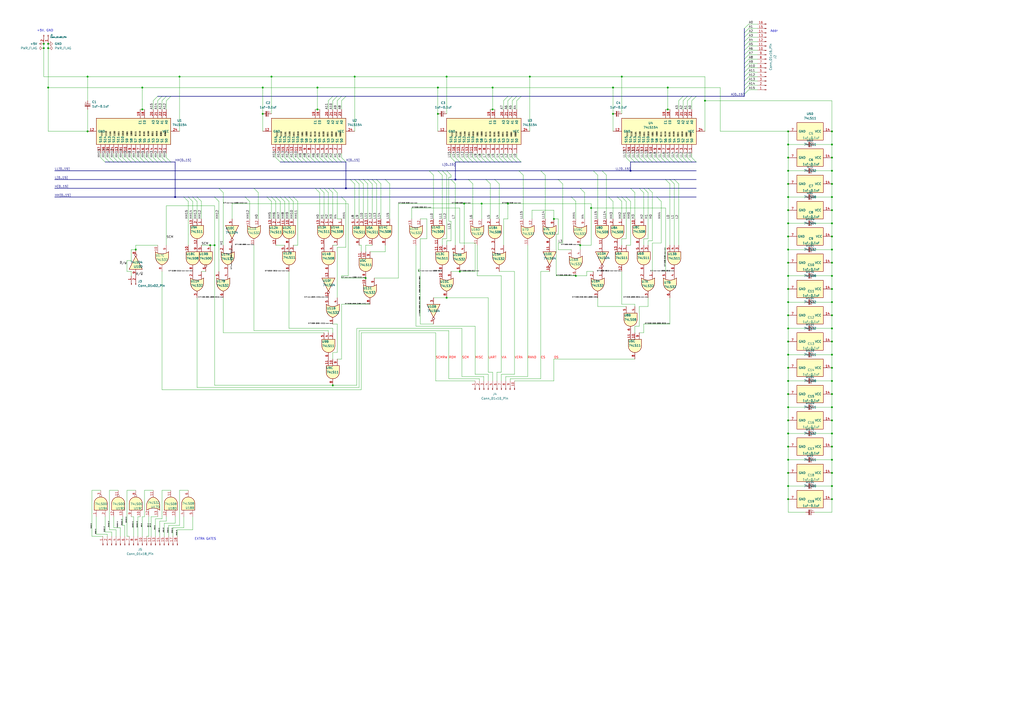
<source format=kicad_sch>
(kicad_sch (version 20250114) (generator "eeschema") (generator_version "9.0")
  (paper "A2")
  (title_block (title "JBD8-16/8 Decoder") (date "2024-11-10") (rev "1"))
  (text "Addr" (at 449.072 18.034 0) (effects (font (size 1.27 1.27))))
  (text "EXTRA GATES" (at 119.126 312.674 0) (effects (font (size 1.27 1.27))))
  (text "1111\n\n1110\n\n1101\n\n1100\n\n1011\n\n1010\n\n1001\n\n1000\n\n0111\n\n0110\n\n0101\n\n0100\n\n0011\n\n0010\n\n0001\n\n0000" (at 179.07 77.978 90) (effects (font (size 0.762 0.762))))
  (text "1111\n\n1110\n\n1101\n\n1100\n\n1011\n\n1010\n\n1001\n\n1000\n\n0111\n\n0110\n\n0101\n\n0100\n\n0011\n\n0010\n\n0001\n\n0000" (at 280.67 77.978 90) (effects (font (size 0.762 0.762))))
  (text "+5V, GND" (at 26.162 17.78 0) (effects (font (size 1.27 1.27))))
  (text "1111\n\n1110\n\n1101\n\n1100\n\n1011\n\n1010\n\n1001\n\n1000\n\n0111\n\n0110\n\n0101\n\n0100\n\n0011\n\n0010\n\n0001\n\n0000" (at 382.27 77.978 90) (effects (font (size 0.762 0.762))))
  (text "1111\n\n1110\n\n1101\n\n1100\n\n1011\n\n1010\n\n1001\n\n1000\n\n0111\n\n0110\n\n0101\n\n0100\n\n0011\n\n0010\n\n0001\n\n0000" (at 77.47 77.724 90) (effects (font (size 0.762 0.762))))
  (junction (at 279.4 118.11))
  (junction (at 27.94 50.8))
  (junction (at 457.2 182.88))
  (junction (at 254 50.8))
  (junction (at 205.74 44.45))
  (junction (at 82.55 50.8))
  (junction (at 482.6 281.94))
  (junction (at 482.6 152.4))
  (junction (at 457.2 106.68))
  (junction (at 482.6 182.88))
  (junction (at 457.2 251.46))
  (junction (at 259.08 44.45))
  (junction (at 355.6 66.04))
  (junction (at 27.94 25.4))
  (junction (at 482.6 91.44))
  (junction (at 457.2 175.26))
  (junction (at 408.94 58.42))
  (junction (at 457.2 220.98))
  (junction (at 482.6 190.5))
  (junction (at 482.6 167.64))
  (junction (at 457.2 213.36))
  (junction (at 482.6 289.56))
  (junction (at 457.2 266.7))
  (junction (at 457.2 236.22))
  (junction (at 482.6 129.54))
  (junction (at 200.66 109.22))
  (junction (at 482.6 259.08))
  (junction (at 482.6 106.68))
  (junction (at 152.4 50.8))
  (junction (at 355.6 50.8))
  (junction (at 457.2 243.84))
  (junction (at 193.04 223.52))
  (junction (at 184.15 50.8))
  (junction (at 457.2 167.64))
  (junction (at 264.16 104.14))
  (junction (at 457.2 190.5))
  (junction (at 482.6 228.6))
  (junction (at 269.24 118.11))
  (junction (at 482.6 175.26))
  (junction (at 307.34 44.45))
  (junction (at 27.94 27.94))
  (junction (at 294.64 118.11))
  (junction (at 336.55 142.24))
  (junction (at 457.2 281.94))
  (junction (at 285.75 50.8))
  (junction (at 482.6 213.36))
  (junction (at 457.2 137.16))
  (junction (at 157.48 44.45))
  (junction (at 457.2 259.08))
  (junction (at 482.6 114.3))
  (junction (at 78.74 144.78))
  (junction (at 457.2 228.6))
  (junction (at 457.2 121.92))
  (junction (at 25.4 25.4))
  (junction (at 457.2 91.44))
  (junction (at 334.01 160.02))
  (junction (at 457.2 289.56))
  (junction (at 457.2 99.06))
  (junction (at 482.6 99.06))
  (junction (at 482.6 266.7))
  (junction (at 50.8 76.2))
  (junction (at 212.09 161.29))
  (junction (at 360.68 44.45))
  (junction (at 482.6 220.98))
  (junction (at 482.6 251.46))
  (junction (at 482.6 121.92))
  (junction (at 457.2 83.82))
  (junction (at 482.6 205.74))
  (junction (at 342.9 120.65))
  (junction (at 387.35 50.8))
  (junction (at 254 66.04))
  (junction (at 285.75 63.5))
  (junction (at 152.4 66.04))
  (junction (at 457.2 144.78))
  (junction (at 184.15 63.5))
  (junction (at 457.2 76.2))
  (junction (at 457.2 114.3))
  (junction (at 482.6 198.12))
  (junction (at 82.55 63.5))
  (junction (at 321.31 127))
  (junction (at 482.6 76.2))
  (junction (at 50.8 44.45))
  (junction (at 121.92 142.24))
  (junction (at 482.6 243.84))
  (junction (at 482.6 83.82))
  (junction (at 266.7 157.48))
  (junction (at 101.6 114.3))
  (junction (at 457.2 129.54))
  (junction (at 482.6 144.78))
  (junction (at 457.2 198.12))
  (junction (at 259.08 172.72))
  (junction (at 104.14 44.45))
  (junction (at 365.76 99.06))
  (junction (at 482.6 160.02))
  (junction (at 482.6 236.22))
  (junction (at 124.46 142.24))
  (junction (at 457.2 160.02))
  (junction (at 457.2 152.4))
  (junction (at 25.4 27.94))
  (junction (at 457.2 205.74))
  (junction (at 387.35 63.5))
  (junction (at 482.6 274.32))
  (junction (at 457.2 274.32))
  (junction (at 482.6 137.16))
  (bus_entry (at 386.08 93.98) (size -2.54 -2.54))
  (bus_entry (at 73.66 93.98) (size -2.54 -2.54))
  (bus_entry (at 388.62 93.98) (size -2.54 -2.54))
  (bus_entry (at 360.68 114.3) (size 2.54 2.54))
  (bus_entry (at 66.04 93.98) (size -2.54 -2.54))
  (bus_entry (at 375.92 93.98) (size -2.54 -2.54))
  (bus_entry (at 368.3 93.98) (size -2.54 -2.54))
  (bus_entry (at 218.44 104.14) (size 2.54 2.54))
  (bus_entry (at 200.66 93.98) (size -2.54 -2.54))
  (bus_entry (at 198.12 55.88) (size -2.54 2.54))
  (bus_entry (at 187.96 109.22) (size 2.54 2.54))
  (bus_entry (at 276.86 93.98) (size -2.54 -2.54))
  (bus_entry (at 177.8 93.98) (size -2.54 -2.54))
  (bus_entry (at 106.68 114.3) (size 2.54 2.54))
  (bus_entry (at 431.8 24.13) (size 2.54 -2.54))
  (bus_entry (at 431.8 19.05) (size 2.54 -2.54))
  (bus_entry (at 336.55 109.22) (size 2.54 2.54))
  (bus_entry (at 431.8 36.83) (size 2.54 -2.54))
  (bus_entry (at 215.9 104.14) (size 2.54 2.54))
  (bus_entry (at 93.98 55.88) (size -2.54 2.54))
  (bus_entry (at 378.46 93.98) (size -2.54 -2.54))
  (bus_entry (at 71.12 93.98) (size -2.54 -2.54))
  (bus_entry (at 431.8 41.91) (size 2.54 -2.54))
  (bus_entry (at 266.7 93.98) (size -2.54 -2.54))
  (bus_entry (at 289.56 93.98) (size -2.54 -2.54))
  (bus_entry (at 331.47 114.3) (size 2.54 2.54))
  (bus_entry (at 294.64 55.88) (size -2.54 2.54))
  (bus_entry (at 154.94 114.3) (size 2.54 2.54))
  (bus_entry (at 259.08 99.06) (size 2.54 2.54))
  (bus_entry (at 344.17 99.06) (size 2.54 2.54))
  (bus_entry (at 391.16 93.98) (size -2.54 -2.54))
  (bus_entry (at 213.36 104.14) (size 2.54 2.54))
  (bus_entry (at 287.02 93.98) (size -2.54 -2.54))
  (bus_entry (at 190.5 93.98) (size -2.54 -2.54))
  (bus_entry (at 162.56 93.98) (size -2.54 -2.54))
  (bus_entry (at 160.02 114.3) (size 2.54 2.54))
  (bus_entry (at 287.02 104.14) (size 2.54 2.54))
  (bus_entry (at 271.78 93.98) (size -2.54 -2.54))
  (bus_entry (at 431.8 52.07) (size 2.54 -2.54))
  (bus_entry (at 279.4 93.98) (size -2.54 -2.54))
  (bus_entry (at 68.58 93.98) (size -2.54 -2.54))
  (bus_entry (at 353.06 114.3) (size 2.54 2.54))
  (bus_entry (at 195.58 55.88) (size -2.54 2.54))
  (bus_entry (at 81.28 93.98) (size -2.54 -2.54))
  (bus_entry (at 401.32 55.88) (size -2.54 2.54))
  (bus_entry (at 297.18 93.98) (size -2.54 -2.54))
  (bus_entry (at 127 109.22) (size 2.54 2.54))
  (bus_entry (at 271.78 104.14) (size 2.54 2.54))
  (bus_entry (at 185.42 93.98) (size -2.54 -2.54))
  (bus_entry (at 203.2 104.14) (size 2.54 2.54))
  (bus_entry (at 375.92 109.22) (size 2.54 2.54))
  (bus_entry (at 281.94 104.14) (size 2.54 2.54))
  (bus_entry (at 381 114.3) (size 2.54 2.54))
  (bus_entry (at 223.52 104.14) (size 2.54 2.54))
  (bus_entry (at 398.78 55.88) (size -2.54 2.54))
  (bus_entry (at 165.1 114.3) (size 2.54 2.54))
  (bus_entry (at 431.8 46.99) (size 2.54 -2.54))
  (bus_entry (at 370.84 109.22) (size 2.54 2.54))
  (bus_entry (at 185.42 109.22) (size 2.54 2.54))
  (bus_entry (at 256.54 99.06) (size 2.54 2.54))
  (bus_entry (at 195.58 93.98) (size -2.54 -2.54))
  (bus_entry (at 373.38 93.98) (size -2.54 -2.54))
  (bus_entry (at 182.88 109.22) (size 2.54 2.54))
  (bus_entry (at 274.32 93.98) (size -2.54 -2.54))
  (bus_entry (at 302.26 55.88) (size -2.54 2.54))
  (bus_entry (at 299.72 55.88) (size -2.54 2.54))
  (bus_entry (at 396.24 55.88) (size -2.54 2.54))
  (bus_entry (at 365.76 109.22) (size 2.54 2.54))
  (bus_entry (at 431.8 16.51) (size 2.54 -2.54))
  (bus_entry (at 431.8 31.75) (size 2.54 -2.54))
  (bus_entry (at 142.24 114.3) (size 2.54 2.54))
  (bus_entry (at 187.96 93.98) (size -2.54 -2.54))
  (bus_entry (at 292.1 93.98) (size -2.54 -2.54))
  (bus_entry (at 167.64 114.3) (size 2.54 2.54))
  (bus_entry (at 431.8 21.59) (size 2.54 -2.54))
  (bus_entry (at 63.5 93.98) (size -2.54 -2.54))
  (bus_entry (at 190.5 109.22) (size 2.54 2.54))
  (bus_entry (at 391.16 104.14) (size 2.54 2.54))
  (bus_entry (at 208.28 104.14) (size 2.54 2.54))
  (bus_entry (at 294.64 93.98) (size -2.54 -2.54))
  (bus_entry (at 114.3 114.3) (size 2.54 2.54))
  (bus_entry (at 210.82 104.14) (size 2.54 2.54))
  (bus_entry (at 248.92 99.06) (size 2.54 2.54))
  (bus_entry (at 96.52 55.88) (size -2.54 2.54))
  (bus_entry (at 323.85 104.14) (size 2.54 2.54))
  (bus_entry (at 175.26 93.98) (size -2.54 -2.54))
  (bus_entry (at 157.48 114.3) (size 2.54 2.54))
  (bus_entry (at 88.9 93.98) (size -2.54 -2.54))
  (bus_entry (at 109.22 114.3) (size 2.54 2.54))
  (bus_entry (at 388.62 104.14) (size 2.54 2.54))
  (bus_entry (at 284.48 93.98) (size -2.54 -2.54))
  (bus_entry (at 60.96 93.98) (size -2.54 -2.54))
  (bus_entry (at 431.8 34.29) (size 2.54 -2.54))
  (bus_entry (at 431.8 44.45) (size 2.54 -2.54))
  (bus_entry (at 403.86 93.98) (size -2.54 -2.54))
  (bus_entry (at 349.25 99.06) (size 2.54 2.54))
  (bus_entry (at 403.86 55.88) (size -2.54 2.54))
  (bus_entry (at 162.56 114.3) (size 2.54 2.54))
  (bus_entry (at 198.12 114.3) (size 2.54 2.54))
  (bus_entry (at 180.34 93.98) (size -2.54 -2.54))
  (bus_entry (at 147.32 109.22) (size 2.54 2.54))
  (bus_entry (at 299.72 93.98) (size -2.54 -2.54))
  (bus_entry (at 99.06 55.88) (size -2.54 2.54))
  (bus_entry (at 86.36 93.98) (size -2.54 -2.54))
  (bus_entry (at 401.32 93.98) (size -2.54 -2.54))
  (bus_entry (at 91.44 55.88) (size -2.54 2.54))
  (bus_entry (at 431.8 26.67) (size 2.54 -2.54))
  (bus_entry (at 431.8 39.37) (size 2.54 -2.54))
  (bus_entry (at 99.06 93.98) (size -2.54 -2.54))
  (bus_entry (at 370.84 93.98) (size -2.54 -2.54))
  (bus_entry (at 431.8 54.61) (size 2.54 -2.54))
  (bus_entry (at 91.44 93.98) (size -2.54 -2.54))
  (bus_entry (at 396.24 93.98) (size -2.54 -2.54))
  (bus_entry (at 365.76 93.98) (size -2.54 -2.54))
  (bus_entry (at 172.72 93.98) (size -2.54 -2.54))
  (bus_entry (at 431.8 49.53) (size 2.54 -2.54))
  (bus_entry (at 313.69 99.06) (size 2.54 2.54))
  (bus_entry (at 167.64 93.98) (size -2.54 -2.54))
  (bus_entry (at 76.2 93.98) (size -2.54 -2.54))
  (bus_entry (at 93.98 93.98) (size -2.54 -2.54))
  (bus_entry (at 170.18 114.3) (size 2.54 2.54))
  (bus_entry (at 182.88 93.98) (size -2.54 -2.54))
  (bus_entry (at 300.99 99.06) (size 2.54 2.54))
  (bus_entry (at 261.62 104.14) (size 2.54 2.54))
  (bus_entry (at 198.12 93.98) (size -2.54 -2.54))
  (bus_entry (at 281.94 93.98) (size -2.54 -2.54))
  (bus_entry (at 302.26 93.98) (size -2.54 -2.54))
  (bus_entry (at 297.18 55.88) (size -2.54 2.54))
  (bus_entry (at 373.38 109.22) (size 2.54 2.54))
  (bus_entry (at 83.82 93.98) (size -2.54 -2.54))
  (bus_entry (at 193.04 93.98) (size -2.54 -2.54))
  (bus_entry (at 96.52 93.98) (size -2.54 -2.54))
  (bus_entry (at 254 99.06) (size 2.54 2.54))
  (bus_entry (at 269.24 93.98) (size -2.54 -2.54))
  (bus_entry (at 193.04 109.22) (size 2.54 2.54))
  (bus_entry (at 363.22 114.3) (size 2.54 2.54))
  (bus_entry (at 264.16 93.98) (size -2.54 -2.54))
  (bus_entry (at 205.74 104.14) (size 2.54 2.54))
  (bus_entry (at 124.46 114.3) (size 2.54 2.54))
  (bus_entry (at 358.14 114.3) (size 2.54 2.54))
  (bus_entry (at 165.1 93.98) (size -2.54 -2.54))
  (bus_entry (at 381 93.98) (size -2.54 -2.54))
  (bus_entry (at 431.8 29.21) (size 2.54 -2.54))
  (bus_entry (at 111.76 114.3) (size 2.54 2.54))
  (bus_entry (at 193.04 55.88) (size -2.54 2.54))
  (bus_entry (at 200.66 55.88) (size -2.54 2.54))
  (bus_entry (at 386.08 104.14) (size 2.54 2.54))
  (bus_entry (at 78.74 93.98) (size -2.54 -2.54))
  (bus_entry (at 170.18 93.98) (size -2.54 -2.54))
  (bus_entry (at 398.78 93.98) (size -2.54 -2.54))
  (bus_entry (at 383.54 93.98) (size -2.54 -2.54))
  (bus_entry (at 393.7 93.98) (size -2.54 -2.54))
  (wire (pts (xy 378.46 88.9) (xy 378.46 91.44)))
  (wire (pts (xy 360.68 138.43) (xy 360.68 142.24)))
  (bus (pts (xy 193.04 55.88) (xy 195.58 55.88)))
  (wire (pts (xy 472.44 205.74) (xy 482.6 205.74)))
  (wire (pts (xy 201.93 118.11) (xy 201.93 160.02)))
  (wire (pts (xy 96.52 119.38) (xy 96.52 142.24)))
  (wire (pts (xy 355.6 50.8) (xy 355.6 66.04)))
  (wire (pts (xy 157.48 116.84) (xy 157.48 127)))
  (wire (pts (xy 162.56 116.84) (xy 162.56 127)))
  (wire (pts (xy 217.17 161.29) (xy 231.14 161.29)))
  (wire (pts (xy 266.7 140.97) (xy 266.7 120.65)))
  (wire (pts (xy 334.01 160.02) (xy 322.58 160.02)))
  (bus (pts (xy 66.04 93.98) (xy 68.58 93.98)))
  (wire (pts (xy 391.16 106.68) (xy 391.16 142.24)))
  (bus (pts (xy 431.8 31.75) (xy 431.8 34.29)))
  (wire (pts (xy 294.64 118.11) (xy 342.9 118.11)))
  (wire (pts (xy 284.48 88.9) (xy 284.48 91.44)))
  (wire (pts (xy 102.87 311.15) (xy 102.87 307.34)))
  (wire (pts (xy 193.04 190.5) (xy 167.64 190.5)))
  (wire (pts (xy 205.74 106.68) (xy 205.74 127)))
  (wire (pts (xy 457.2 289.56) (xy 457.2 297.18)))
  (bus (pts (xy 431.8 24.13) (xy 431.8 26.67)))
  (wire (pts (xy 457.2 144.78) (xy 457.2 137.16)))
  (bus (pts (xy 294.64 55.88) (xy 297.18 55.88)))
  (wire (pts (xy 457.2 160.02) (xy 457.2 152.4)))
  (bus (pts (xy 431.8 21.59) (xy 431.8 24.13)))
  (wire (pts (xy 457.2 106.68) (xy 457.2 114.3)))
  (wire (pts (xy 370.84 177.8) (xy 370.84 189.23)))
  (wire (pts (xy 386.08 63.5) (xy 387.35 63.5)))
  (wire (pts (xy 88.9 88.9) (xy 88.9 91.44)))
  (bus (pts (xy 165.1 114.3) (xy 167.64 114.3)))
  (wire (pts (xy 210.82 106.68) (xy 210.82 127)))
  (wire (pts (xy 100.33 311.15) (xy 100.33 306.07)))
  (wire (pts (xy 231.14 161.29) (xy 231.14 118.11)))
  (wire (pts (xy 256.54 138.43) (xy 256.54 142.24)))
  (bus (pts (xy 287.02 104.14) (xy 323.85 104.14)))
  (wire (pts (xy 58.42 284.48) (xy 53.34 284.48)))
  (wire (pts (xy 267.97 190.5) (xy 267.97 218.44)))
  (bus (pts (xy 195.58 55.88) (xy 198.12 55.88)))
  (wire (pts (xy 193.04 187.96) (xy 195.58 187.96)))
  (wire (pts (xy 73.66 88.9) (xy 73.66 91.44)))
  (wire (pts (xy 396.24 58.42) (xy 396.24 63.5)))
  (wire (pts (xy 77.47 311.15) (xy 77.47 299.72)))
  (wire (pts (xy 375.92 139.7) (xy 375.92 142.24)))
  (wire (pts (xy 86.36 299.72) (xy 86.36 311.15)))
  (wire (pts (xy 306.07 218.44) (xy 293.37 218.44)))
  (wire (pts (xy 259.08 139.7) (xy 261.62 139.7)))
  (bus (pts (xy 256.54 99.06) (xy 259.08 99.06)))
  (bus (pts (xy 271.78 93.98) (xy 274.32 93.98)))
  (wire (pts (xy 283.21 217.17) (xy 283.21 220.98)))
  (wire (pts (xy 363.22 88.9) (xy 363.22 91.44)))
  (wire (pts (xy 482.6 297.18) (xy 482.6 289.56)))
  (bus (pts (xy 177.8 93.98) (xy 180.34 93.98)))
  (wire (pts (xy 96.52 88.9) (xy 96.52 91.44)))
  (wire (pts (xy 375.92 172.72) (xy 375.92 177.8)))
  (bus (pts (xy 205.74 104.14) (xy 208.28 104.14)))
  (wire (pts (xy 313.69 157.48) (xy 313.69 219.71)))
  (wire (pts (xy 177.8 88.9) (xy 177.8 91.44)))
  (wire (pts (xy 93.98 226.06) (xy 209.55 226.06)))
  (bus (pts (xy 299.72 93.98) (xy 302.26 93.98)))
  (bus (pts (xy 269.24 93.98) (xy 271.78 93.98)))
  (bus (pts (xy 208.28 104.14) (xy 210.82 104.14)))
  (wire (pts (xy 220.98 106.68) (xy 220.98 127)))
  (wire (pts (xy 109.22 116.84) (xy 109.22 142.24)))
  (wire (pts (xy 78.74 284.48) (xy 73.66 284.48)))
  (wire (pts (xy 279.4 88.9) (xy 279.4 91.44)))
  (bus (pts (xy 91.44 55.88) (xy 93.98 55.88)))
  (wire (pts (xy 322.58 135.89) (xy 323.85 135.89)))
  (wire (pts (xy 467.36 251.46) (xy 457.2 251.46)))
  (wire (pts (xy 190.5 193.04) (xy 190.5 191.77)))
  (bus (pts (xy 370.84 109.22) (xy 373.38 109.22)))
  (wire (pts (xy 351.79 101.6) (xy 351.79 127)))
  (bus (pts (xy 294.64 93.98) (xy 297.18 93.98)))
  (bus (pts (xy 365.76 93.98) (xy 365.76 99.06)))
  (wire (pts (xy 114.3 116.84) (xy 114.3 127)))
  (wire (pts (xy 408.94 58.42) (xy 408.94 44.45)))
  (wire (pts (xy 457.2 259.08) (xy 457.2 266.7)))
  (wire (pts (xy 252.73 220.98) (xy 275.59 220.98)))
  (wire (pts (xy 242.57 157.48) (xy 242.57 156.21)))
  (wire (pts (xy 209.55 142.24) (xy 208.28 142.24)))
  (bus (pts (xy 431.8 16.51) (xy 431.8 19.05)))
  (wire (pts (xy 482.6 160.02) (xy 472.44 160.02)))
  (bus (pts (xy 431.8 54.61) (xy 431.8 55.88)))
  (wire (pts (xy 467.36 175.26) (xy 457.2 175.26)))
  (bus (pts (xy 203.2 104.14) (xy 205.74 104.14)))
  (bus (pts (xy 297.18 93.98) (xy 299.72 93.98)))
  (wire (pts (xy 104.14 304.8) (xy 97.79 304.8)))
  (wire (pts (xy 275.59 189.23) (xy 275.59 217.17)))
  (wire (pts (xy 195.58 58.42) (xy 195.58 63.5)))
  (wire (pts (xy 152.4 50.8) (xy 184.15 50.8)))
  (wire (pts (xy 298.45 217.17) (xy 290.83 217.17)))
  (wire (pts (xy 124.46 142.24) (xy 124.46 119.38)))
  (bus (pts (xy 170.18 114.3) (xy 198.12 114.3)))
  (wire (pts (xy 175.26 88.9) (xy 175.26 91.44)))
  (wire (pts (xy 76.2 151.13) (xy 73.66 151.13)))
  (bus (pts (xy 88.9 93.98) (xy 91.44 93.98)))
  (bus (pts (xy 182.88 109.22) (xy 185.42 109.22)))
  (wire (pts (xy 298.45 157.48) (xy 289.56 157.48)))
  (wire (pts (xy 292.1 142.24) (xy 292.1 127)))
  (wire (pts (xy 67.31 307.34) (xy 67.31 311.15)))
  (bus (pts (xy 396.24 55.88) (xy 398.78 55.88)))
  (wire (pts (xy 482.6 114.3) (xy 482.6 121.92)))
  (wire (pts (xy 134.62 118.11) (xy 134.62 127)))
  (wire (pts (xy 185.42 111.76) (xy 185.42 127)))
  (wire (pts (xy 71.12 88.9) (xy 71.12 91.44)))
  (wire (pts (xy 195.58 172.72) (xy 195.58 143.51)))
  (wire (pts (xy 482.6 281.94) (xy 482.6 274.32)))
  (bus (pts (xy 264.16 93.98) (xy 264.16 104.14)))
  (wire (pts (xy 157.48 44.45) (xy 104.14 44.45)))
  (bus (pts (xy 391.16 93.98) (xy 393.7 93.98)))
  (wire (pts (xy 340.36 157.48) (xy 344.17 157.48)))
  (wire (pts (xy 285.75 50.8) (xy 355.6 50.8)))
  (wire (pts (xy 73.66 151.13) (xy 73.66 157.48)))
  (wire (pts (xy 275.59 189.23) (xy 241.3 189.23)))
  (wire (pts (xy 375.92 138.43) (xy 373.38 138.43)))
  (wire (pts (xy 184.15 63.5) (xy 185.42 63.5)))
  (wire (pts (xy 472.44 175.26) (xy 482.6 175.26)))
  (wire (pts (xy 360.68 157.48) (xy 360.68 176.53)))
  (wire (pts (xy 457.2 175.26) (xy 457.2 182.88)))
  (wire (pts (xy 398.78 58.42) (xy 398.78 63.5)))
  (wire (pts (xy 313.69 157.48) (xy 318.77 157.48)))
  (bus (pts (xy 363.22 114.3) (xy 381 114.3)))
  (wire (pts (xy 283.21 172.72) (xy 283.21 215.9)))
  (wire (pts (xy 27.94 50.8) (xy 27.94 76.2)))
  (bus (pts (xy 302.26 55.88) (xy 396.24 55.88)))
  (bus (pts (xy 111.76 114.3) (xy 114.3 114.3)))
  (bus (pts (xy 114.3 114.3) (xy 124.46 114.3)))
  (wire (pts (xy 482.6 99.06) (xy 482.6 91.44)))
  (bus (pts (xy 368.3 93.98) (xy 370.84 93.98)))
  (wire (pts (xy 77.47 299.72) (xy 76.2 299.72)))
  (wire (pts (xy 434.34 36.83) (xy 439.42 36.83)))
  (wire (pts (xy 116.84 142.24) (xy 121.92 142.24)))
  (wire (pts (xy 297.18 58.42) (xy 297.18 63.5)))
  (bus (pts (xy 193.04 109.22) (xy 200.66 109.22)))
  (wire (pts (xy 53.34 311.15) (xy 59.69 311.15)))
  (wire (pts (xy 124.46 142.24) (xy 121.92 142.24)))
  (wire (pts (xy 254 50.8) (xy 285.75 50.8)))
  (bus (pts (xy 378.46 93.98) (xy 381 93.98)))
  (bus (pts (xy 160.02 114.3) (xy 162.56 114.3)))
  (bus (pts (xy 31.75 99.06) (xy 248.92 99.06)))
  (wire (pts (xy 69.85 306.07) (xy 66.04 306.07)))
  (wire (pts (xy 160.02 116.84) (xy 160.02 127)))
  (wire (pts (xy 294.64 118.11) (xy 294.64 127)))
  (wire (pts (xy 321.31 121.92) (xy 308.61 121.92)))
  (wire (pts (xy 170.18 142.24) (xy 172.72 142.24)))
  (bus (pts (xy 81.28 93.98) (xy 83.82 93.98)))
  (wire (pts (xy 434.34 39.37) (xy 439.42 39.37)))
  (wire (pts (xy 307.34 44.45) (xy 307.34 76.2)))
  (wire (pts (xy 83.82 299.72) (xy 82.55 299.72)))
  (wire (pts (xy 289.56 88.9) (xy 289.56 91.44)))
  (wire (pts (xy 417.83 50.8) (xy 417.83 76.2)))
  (wire (pts (xy 88.9 58.42) (xy 88.9 63.5)))
  (wire (pts (xy 274.32 88.9) (xy 274.32 91.44)))
  (wire (pts (xy 76.2 88.9) (xy 76.2 91.44)))
  (wire (pts (xy 243.84 157.48) (xy 243.84 187.96)))
  (bus (pts (xy 78.74 93.98) (xy 81.28 93.98)))
  (bus (pts (xy 193.04 93.98) (xy 195.58 93.98)))
  (wire (pts (xy 472.44 114.3) (xy 482.6 114.3)))
  (wire (pts (xy 482.6 220.98) (xy 482.6 213.36)))
  (bus (pts (xy 431.8 49.53) (xy 431.8 52.07)))
  (wire (pts (xy 346.71 172.72) (xy 346.71 177.8)))
  (bus (pts (xy 218.44 104.14) (xy 223.52 104.14)))
  (wire (pts (xy 368.3 88.9) (xy 368.3 91.44)))
  (bus (pts (xy 182.88 93.98) (xy 185.42 93.98)))
  (wire (pts (xy 243.84 156.21) (xy 243.84 138.43)))
  (wire (pts (xy 208.28 191.77) (xy 260.35 191.77)))
  (wire (pts (xy 370.84 88.9) (xy 370.84 91.44)))
  (wire (pts (xy 482.6 190.5) (xy 482.6 198.12)))
  (wire (pts (xy 321.31 208.28) (xy 368.3 208.28)))
  (bus (pts (xy 299.72 55.88) (xy 302.26 55.88)))
  (bus (pts (xy 167.64 93.98) (xy 170.18 93.98)))
  (wire (pts (xy 195.58 127) (xy 198.12 127)))
  (wire (pts (xy 95.25 311.15) (xy 95.25 303.53)))
  (bus (pts (xy 383.54 93.98) (xy 386.08 93.98)))
  (wire (pts (xy 472.44 297.18) (xy 482.6 297.18)))
  (wire (pts (xy 254 66.04) (xy 254 76.2)))
  (wire (pts (xy 82.55 50.8) (xy 152.4 50.8)))
  (bus (pts (xy 200.66 93.98) (xy 200.66 109.22)))
  (bus (pts (xy 200.66 109.22) (xy 336.55 109.22)))
  (wire (pts (xy 104.14 284.48) (xy 104.14 304.8)))
  (wire (pts (xy 114.3 224.79) (xy 208.28 224.79)))
  (wire (pts (xy 434.34 31.75) (xy 439.42 31.75)))
  (bus (pts (xy 210.82 104.14) (xy 213.36 104.14)))
  (wire (pts (xy 109.22 284.48) (xy 104.14 284.48)))
  (bus (pts (xy 127 109.22) (xy 147.32 109.22)))
  (wire (pts (xy 269.24 88.9) (xy 269.24 91.44)))
  (wire (pts (xy 193.04 142.24) (xy 195.58 142.24)))
  (bus (pts (xy 83.82 93.98) (xy 86.36 93.98)))
  (wire (pts (xy 467.36 144.78) (xy 457.2 144.78)))
  (wire (pts (xy 261.62 157.48) (xy 266.7 157.48)))
  (wire (pts (xy 50.8 44.45) (xy 50.8 58.42)))
  (wire (pts (xy 190.5 88.9) (xy 190.5 91.44)))
  (wire (pts (xy 205.74 44.45) (xy 205.74 76.2)))
  (wire (pts (xy 261.62 101.6) (xy 261.62 102.87)))
  (bus (pts (xy 215.9 104.14) (xy 218.44 104.14)))
  (wire (pts (xy 472.44 281.94) (xy 482.6 281.94)))
  (wire (pts (xy 387.35 50.8) (xy 355.6 50.8)))
  (wire (pts (xy 373.38 111.76) (xy 373.38 127)))
  (wire (pts (xy 243.84 138.43) (xy 247.65 138.43)))
  (wire (pts (xy 472.44 83.82) (xy 482.6 83.82)))
  (bus (pts (xy 96.52 55.88) (xy 99.06 55.88)))
  (bus (pts (xy 106.68 114.3) (xy 109.22 114.3)))
  (wire (pts (xy 127 116.84) (xy 127 157.48)))
  (wire (pts (xy 457.2 129.54) (xy 467.36 129.54)))
  (wire (pts (xy 78.74 144.78) (xy 76.2 144.78)))
  (wire (pts (xy 457.2 236.22) (xy 457.2 243.84)))
  (wire (pts (xy 373.38 187.96) (xy 373.38 193.04)))
  (wire (pts (xy 434.34 34.29) (xy 439.42 34.29)))
  (wire (pts (xy 457.2 99.06) (xy 457.2 106.68)))
  (wire (pts (xy 482.6 236.22) (xy 472.44 236.22)))
  (wire (pts (xy 195.58 208.28) (xy 198.12 208.28)))
  (wire (pts (xy 482.6 205.74) (xy 482.6 198.12)))
  (wire (pts (xy 62.23 311.15) (xy 62.23 309.88)))
  (wire (pts (xy 50.8 44.45) (xy 25.4 44.45)))
  (wire (pts (xy 269.24 118.11) (xy 269.24 142.24)))
  (wire (pts (xy 434.34 46.99) (xy 439.42 46.99)))
  (wire (pts (xy 87.63 299.72) (xy 87.63 311.15)))
  (wire (pts (xy 457.2 251.46) (xy 457.2 243.84)))
  (wire (pts (xy 336.55 142.24) (xy 336.55 144.78)))
  (wire (pts (xy 50.8 63.5) (xy 50.8 76.2)))
  (wire (pts (xy 252.73 193.04) (xy 252.73 220.98)))
  (wire (pts (xy 290.83 217.17) (xy 290.83 220.98)))
  (bus (pts (xy 281.94 104.14) (xy 287.02 104.14)))
  (wire (pts (xy 195.58 111.76) (xy 195.58 127)))
  (bus (pts (xy 187.96 109.22) (xy 190.5 109.22)))
  (wire (pts (xy 457.2 83.82) (xy 467.36 83.82)))
  (wire (pts (xy 261.62 128.27) (xy 261.62 139.7)))
  (wire (pts (xy 76.2 157.48) (xy 76.2 160.02)))
  (wire (pts (xy 53.34 284.48) (xy 53.34 311.15)))
  (wire (pts (xy 172.72 116.84) (xy 172.72 142.24)))
  (wire (pts (xy 457.2 114.3) (xy 467.36 114.3)))
  (wire (pts (xy 104.14 44.45) (xy 50.8 44.45)))
  (wire (pts (xy 482.6 266.7) (xy 482.6 259.08)))
  (wire (pts (xy 434.34 52.07) (xy 439.42 52.07)))
  (wire (pts (xy 378.46 139.7) (xy 375.92 139.7)))
  (bus (pts (xy 198.12 114.3) (xy 331.47 114.3)))
  (wire (pts (xy 62.23 309.88) (xy 55.88 309.88)))
  (bus (pts (xy 396.24 93.98) (xy 398.78 93.98)))
  (bus (pts (xy 393.7 93.98) (xy 396.24 93.98)))
  (bus (pts (xy 264.16 104.14) (xy 271.78 104.14)))
  (bus (pts (xy 254 99.06) (xy 256.54 99.06)))
  (wire (pts (xy 99.06 284.48) (xy 93.98 284.48)))
  (bus (pts (xy 431.8 34.29) (xy 431.8 36.83)))
  (bus (pts (xy 349.25 99.06) (xy 365.76 99.06)))
  (bus (pts (xy 323.85 104.14) (xy 386.08 104.14)))
  (wire (pts (xy 72.39 311.15) (xy 72.39 304.8)))
  (wire (pts (xy 387.35 63.5) (xy 387.35 50.8)))
  (wire (pts (xy 193.04 58.42) (xy 193.04 63.5)))
  (wire (pts (xy 321.31 127) (xy 321.31 121.92)))
  (wire (pts (xy 259.08 142.24) (xy 259.08 139.7)))
  (wire (pts (xy 370.84 189.23) (xy 368.3 189.23)))
  (wire (pts (xy 297.18 88.9) (xy 297.18 91.44)))
  (wire (pts (xy 289.56 106.68) (xy 289.56 127)))
  (wire (pts (xy 251.46 172.72) (xy 259.08 172.72)))
  (wire (pts (xy 76.2 144.78) (xy 76.2 151.13)))
  (bus (pts (xy 264.16 93.98) (xy 266.7 93.98)))
  (wire (pts (xy 373.38 138.43) (xy 373.38 142.24)))
  (wire (pts (xy 114.3 172.72) (xy 114.3 224.79)))
  (wire (pts (xy 386.08 120.65) (xy 386.08 157.48)))
  (wire (pts (xy 157.48 44.45) (xy 157.48 66.04)))
  (wire (pts (xy 73.66 284.48) (xy 73.66 311.15)))
  (wire (pts (xy 264.16 106.68) (xy 264.16 142.24)))
  (bus (pts (xy 147.32 109.22) (xy 182.88 109.22)))
  (wire (pts (xy 482.6 243.84) (xy 482.6 251.46)))
  (bus (pts (xy 73.66 93.98) (xy 76.2 93.98)))
  (bus (pts (xy 63.5 93.98) (xy 66.04 93.98)))
  (bus (pts (xy 353.06 114.3) (xy 358.14 114.3)))
  (bus (pts (xy 331.47 114.3) (xy 353.06 114.3)))
  (wire (pts (xy 93.98 88.9) (xy 93.98 91.44)))
  (wire (pts (xy 167.64 88.9) (xy 167.64 91.44)))
  (wire (pts (xy 434.34 21.59) (xy 439.42 21.59)))
  (wire (pts (xy 342.9 142.24) (xy 342.9 120.65)))
  (wire (pts (xy 252.73 193.04) (xy 209.55 193.04)))
  (wire (pts (xy 261.62 88.9) (xy 261.62 91.44)))
  (wire (pts (xy 401.32 88.9) (xy 401.32 91.44)))
  (wire (pts (xy 290.83 160.02) (xy 290.83 215.9)))
  (bus (pts (xy 398.78 55.88) (xy 401.32 55.88)))
  (bus (pts (xy 170.18 93.98) (xy 172.72 93.98)))
  (wire (pts (xy 209.55 193.04) (xy 209.55 226.06)))
  (bus (pts (xy 381 114.3) (xy 403.86 114.3)))
  (wire (pts (xy 276.86 142.24) (xy 276.86 160.02)))
  (wire (pts (xy 88.9 284.48) (xy 83.82 284.48)))
  (wire (pts (xy 275.59 140.97) (xy 275.59 157.48)))
  (bus (pts (xy 388.62 104.14) (xy 391.16 104.14)))
  (wire (pts (xy 100.33 306.07) (xy 106.68 306.07)))
  (wire (pts (xy 292.1 127) (xy 294.64 127)))
  (wire (pts (xy 267.97 218.44) (xy 280.67 218.44)))
  (bus (pts (xy 175.26 93.98) (xy 177.8 93.98)))
  (wire (pts (xy 275.59 217.17) (xy 283.21 217.17)))
  (bus (pts (xy 190.5 93.98) (xy 193.04 93.98)))
  (wire (pts (xy 170.18 116.84) (xy 170.18 127)))
  (wire (pts (xy 80.01 311.15) (xy 80.01 299.72)))
  (wire (pts (xy 457.2 160.02) (xy 457.2 167.64)))
  (wire (pts (xy 82.55 299.72) (xy 82.55 311.15)))
  (wire (pts (xy 294.64 88.9) (xy 294.64 91.44)))
  (wire (pts (xy 388.62 187.96) (xy 373.38 187.96)))
  (wire (pts (xy 260.35 102.87) (xy 260.35 128.27)))
  (wire (pts (xy 66.04 306.07) (xy 66.04 299.72)))
  (wire (pts (xy 368.3 189.23) (xy 368.3 193.04)))
  (wire (pts (xy 83.82 88.9) (xy 83.82 91.44)))
  (wire (pts (xy 80.01 299.72) (xy 81.28 299.72)))
  (wire (pts (xy 294.64 58.42) (xy 294.64 63.5)))
  (bus (pts (xy 31.75 104.14) (xy 203.2 104.14)))
  (wire (pts (xy 457.2 205.74) (xy 467.36 205.74)))
  (wire (pts (xy 321.31 220.98) (xy 298.45 220.98)))
  (wire (pts (xy 160.02 142.24) (xy 165.1 142.24)))
  (bus (pts (xy 101.6 114.3) (xy 106.68 114.3)))
  (wire (pts (xy 383.54 88.9) (xy 383.54 91.44)))
  (wire (pts (xy 368.3 176.53) (xy 368.3 177.8)))
  (bus (pts (xy 248.92 99.06) (xy 254 99.06)))
  (wire (pts (xy 152.4 50.8) (xy 152.4 66.04)))
  (wire (pts (xy 408.94 76.2) (xy 408.94 58.42)))
  (wire (pts (xy 482.6 175.26) (xy 482.6 167.64)))
  (wire (pts (xy 195.58 88.9) (xy 195.58 91.44)))
  (wire (pts (xy 482.6 266.7) (xy 482.6 274.32)))
  (wire (pts (xy 393.7 106.68) (xy 393.7 142.24)))
  (wire (pts (xy 209.55 146.05) (xy 209.55 142.24)))
  (wire (pts (xy 25.4 25.4) (xy 25.4 27.94)))
  (wire (pts (xy 472.44 99.06) (xy 482.6 99.06)))
  (wire (pts (xy 81.28 63.5) (xy 82.55 63.5)))
  (wire (pts (xy 81.28 88.9) (xy 81.28 91.44)))
  (wire (pts (xy 238.76 127) (xy 238.76 120.65)))
  (wire (pts (xy 160.02 88.9) (xy 160.02 91.44)))
  (wire (pts (xy 326.39 140.97) (xy 323.85 140.97)))
  (bus (pts (xy 344.17 99.06) (xy 349.25 99.06)))
  (wire (pts (xy 212.09 142.24) (xy 215.9 142.24)))
  (wire (pts (xy 472.44 190.5) (xy 482.6 190.5)))
  (wire (pts (xy 482.6 175.26) (xy 482.6 182.88)))
  (wire (pts (xy 243.84 157.48) (xy 242.57 157.48)))
  (wire (pts (xy 292.1 58.42) (xy 292.1 63.5)))
  (wire (pts (xy 180.34 88.9) (xy 180.34 91.44)))
  (wire (pts (xy 184.15 50.8) (xy 254 50.8)))
  (wire (pts (xy 375.92 88.9) (xy 375.92 91.44)))
  (wire (pts (xy 323.85 144.78) (xy 331.47 144.78)))
  (wire (pts (xy 96.52 119.38) (xy 124.46 119.38)))
  (bus (pts (xy 261.62 104.14) (xy 264.16 104.14)))
  (bus (pts (xy 289.56 93.98) (xy 292.1 93.98)))
  (bus (pts (xy 271.78 104.14) (xy 281.94 104.14)))
  (wire (pts (xy 260.35 128.27) (xy 261.62 128.27)))
  (wire (pts (xy 482.6 251.46) (xy 482.6 259.08)))
  (wire (pts (xy 457.2 220.98) (xy 457.2 228.6)))
  (wire (pts (xy 266.7 88.9) (xy 266.7 91.44)))
  (wire (pts (xy 78.74 144.78) (xy 78.74 142.24)))
  (wire (pts (xy 274.32 106.68) (xy 274.32 127)))
  (bus (pts (xy 195.58 93.98) (xy 198.12 93.98)))
  (wire (pts (xy 285.75 50.8) (xy 285.75 63.5)))
  (wire (pts (xy 212.09 146.05) (xy 212.09 142.24)))
  (wire (pts (xy 25.4 27.94) (xy 25.4 44.45)))
  (wire (pts (xy 111.76 307.34) (xy 111.76 299.72)))
  (wire (pts (xy 307.34 44.45) (xy 259.08 44.45)))
  (bus (pts (xy 388.62 93.98) (xy 391.16 93.98)))
  (wire (pts (xy 92.71 311.15) (xy 92.71 302.26)))
  (wire (pts (xy 396.24 88.9) (xy 396.24 91.44)))
  (wire (pts (xy 275.59 140.97) (xy 266.7 140.97)))
  (wire (pts (xy 170.18 88.9) (xy 170.18 91.44)))
  (wire (pts (xy 434.34 44.45) (xy 439.42 44.45)))
  (wire (pts (xy 106.68 306.07) (xy 106.68 299.72)))
  (wire (pts (xy 360.68 176.53) (xy 368.3 176.53)))
  (wire (pts (xy 408.94 44.45) (xy 360.68 44.45)))
  (wire (pts (xy 457.2 297.18) (xy 467.36 297.18)))
  (wire (pts (xy 63.5 307.34) (xy 67.31 307.34)))
  (wire (pts (xy 193.04 111.76) (xy 193.04 127)))
  (bus (pts (xy 431.8 29.21) (xy 431.8 31.75)))
  (wire (pts (xy 467.36 99.06) (xy 457.2 99.06)))
  (bus (pts (xy 300.99 99.06) (xy 313.69 99.06)))
  (wire (pts (xy 184.15 50.8) (xy 184.15 63.5)))
  (wire (pts (xy 279.4 118.11) (xy 294.64 118.11)))
  (bus (pts (xy 313.69 99.06) (xy 344.17 99.06)))
  (wire (pts (xy 417.83 76.2) (xy 457.2 76.2)))
  (wire (pts (xy 383.54 116.84) (xy 383.54 140.97)))
  (wire (pts (xy 434.34 26.67) (xy 439.42 26.67)))
  (wire (pts (xy 336.55 142.24) (xy 342.9 142.24)))
  (bus (pts (xy 336.55 109.22) (xy 365.76 109.22)))
  (wire (pts (xy 381 88.9) (xy 381 91.44)))
  (wire (pts (xy 287.02 88.9) (xy 287.02 91.44)))
  (bus (pts (xy 101.6 93.98) (xy 101.6 114.3)))
  (wire (pts (xy 198.12 88.9) (xy 198.12 91.44)))
  (wire (pts (xy 457.2 83.82) (xy 457.2 91.44)))
  (wire (pts (xy 363.22 138.43) (xy 360.68 138.43)))
  (wire (pts (xy 259.08 44.45) (xy 259.08 66.04)))
  (bus (pts (xy 31.75 114.3) (xy 101.6 114.3)))
  (bus (pts (xy 154.94 114.3) (xy 157.48 114.3)))
  (wire (pts (xy 434.34 16.51) (xy 439.42 16.51)))
  (bus (pts (xy 162.56 93.98) (xy 165.1 93.98)))
  (wire (pts (xy 223.52 146.05) (xy 223.52 142.24)))
  (wire (pts (xy 278.13 219.71) (xy 278.13 220.98)))
  (wire (pts (xy 218.44 106.68) (xy 218.44 127)))
  (wire (pts (xy 187.96 111.76) (xy 187.96 127)))
  (bus (pts (xy 31.75 109.22) (xy 127 109.22)))
  (wire (pts (xy 334.01 160.02) (xy 340.36 160.02)))
  (wire (pts (xy 472.44 220.98) (xy 482.6 220.98)))
  (wire (pts (xy 482.6 152.4) (xy 482.6 160.02)))
  (wire (pts (xy 342.9 120.65) (xy 342.9 118.11)))
  (bus (pts (xy 365.76 109.22) (xy 370.84 109.22)))
  (wire (pts (xy 266.7 157.48) (xy 275.59 157.48)))
  (bus (pts (xy 276.86 93.98) (xy 279.4 93.98)))
  (wire (pts (xy 187.96 193.04) (xy 129.54 193.04)))
  (bus (pts (xy 165.1 93.98) (xy 167.64 93.98)))
  (wire (pts (xy 482.6 251.46) (xy 472.44 251.46)))
  (wire (pts (xy 375.92 177.8) (xy 370.84 177.8)))
  (wire (pts (xy 134.62 118.11) (xy 201.93 118.11)))
  (wire (pts (xy 472.44 144.78) (xy 482.6 144.78)))
  (wire (pts (xy 116.84 116.84) (xy 116.84 127)))
  (bus (pts (xy 431.8 41.91) (xy 431.8 44.45)))
  (wire (pts (xy 63.5 284.48) (xy 63.5 307.34)))
  (bus (pts (xy 71.12 93.98) (xy 73.66 93.98)))
  (wire (pts (xy 102.87 307.34) (xy 111.76 307.34)))
  (wire (pts (xy 27.94 50.8) (xy 82.55 50.8)))
  (wire (pts (xy 323.85 140.97) (xy 323.85 144.78)))
  (wire (pts (xy 316.23 101.6) (xy 316.23 127)))
  (wire (pts (xy 144.78 116.84) (xy 144.78 127)))
  (wire (pts (xy 482.6 281.94) (xy 482.6 289.56)))
  (bus (pts (xy 431.8 36.83) (xy 431.8 39.37)))
  (wire (pts (xy 96.52 58.42) (xy 96.52 63.5)))
  (wire (pts (xy 298.45 157.48) (xy 298.45 217.17)))
  (wire (pts (xy 193.04 208.28) (xy 193.04 204.47)))
  (wire (pts (xy 434.34 29.21) (xy 439.42 29.21)))
  (wire (pts (xy 213.36 106.68) (xy 213.36 127)))
  (wire (pts (xy 92.71 302.26) (xy 96.52 302.26)))
  (wire (pts (xy 162.56 88.9) (xy 162.56 91.44)))
  (wire (pts (xy 386.08 88.9) (xy 386.08 91.44)))
  (wire (pts (xy 387.35 63.5) (xy 388.62 63.5)))
  (wire (pts (xy 231.14 118.11) (xy 269.24 118.11)))
  (wire (pts (xy 434.34 41.91) (xy 439.42 41.91)))
  (wire (pts (xy 285.75 215.9) (xy 285.75 220.98)))
  (wire (pts (xy 323.85 127) (xy 321.31 127)))
  (wire (pts (xy 467.36 160.02) (xy 457.2 160.02)))
  (wire (pts (xy 187.96 88.9) (xy 187.96 91.44)))
  (wire (pts (xy 457.2 281.94) (xy 457.2 289.56)))
  (wire (pts (xy 375.92 111.76) (xy 375.92 138.43)))
  (wire (pts (xy 91.44 58.42) (xy 91.44 63.5)))
  (wire (pts (xy 165.1 88.9) (xy 165.1 91.44)))
  (wire (pts (xy 68.58 284.48) (xy 63.5 284.48)))
  (wire (pts (xy 93.98 300.99) (xy 90.17 300.99)))
  (wire (pts (xy 283.21 215.9) (xy 285.75 215.9)))
  (wire (pts (xy 355.6 116.84) (xy 355.6 127)))
  (wire (pts (xy 207.01 190.5) (xy 267.97 190.5)))
  (wire (pts (xy 91.44 88.9) (xy 91.44 91.44)))
  (bus (pts (xy 124.46 114.3) (xy 142.24 114.3)))
  (bus (pts (xy 185.42 109.22) (xy 187.96 109.22)))
  (wire (pts (xy 238.76 120.65) (xy 266.7 120.65)))
  (wire (pts (xy 78.74 142.24) (xy 91.44 142.24)))
  (wire (pts (xy 124.46 223.52) (xy 124.46 142.24)))
  (wire (pts (xy 27.94 27.94) (xy 27.94 50.8)))
  (wire (pts (xy 129.54 193.04) (xy 129.54 172.72)))
  (bus (pts (xy 86.36 93.98) (xy 88.9 93.98)))
  (wire (pts (xy 321.31 208.28) (xy 321.31 220.98)))
  (wire (pts (xy 393.7 58.42) (xy 393.7 63.5)))
  (wire (pts (xy 193.04 88.9) (xy 193.04 91.44)))
  (wire (pts (xy 365.76 116.84) (xy 365.76 142.24)))
  (wire (pts (xy 457.2 274.32) (xy 457.2 281.94)))
  (wire (pts (xy 482.6 114.3) (xy 482.6 106.68)))
  (wire (pts (xy 457.2 190.5) (xy 457.2 182.88)))
  (wire (pts (xy 193.04 204.47) (xy 195.58 204.47)))
  (wire (pts (xy 434.34 24.13) (xy 439.42 24.13)))
  (wire (pts (xy 195.58 204.47) (xy 195.58 187.96)))
  (wire (pts (xy 251.46 101.6) (xy 251.46 127)))
  (bus (pts (xy 386.08 93.98) (xy 388.62 93.98)))
  (wire (pts (xy 280.67 218.44) (xy 280.67 220.98)))
  (wire (pts (xy 198.12 161.29) (xy 212.09 161.29)))
  (wire (pts (xy 193.04 223.52) (xy 207.01 223.52)))
  (bus (pts (xy 431.8 46.99) (xy 431.8 49.53)))
  (wire (pts (xy 82.55 63.5) (xy 83.82 63.5)))
  (wire (pts (xy 363.22 116.84) (xy 363.22 138.43)))
  (wire (pts (xy 97.79 304.8) (xy 97.79 311.15)))
  (bus (pts (xy 386.08 104.14) (xy 388.62 104.14)))
  (wire (pts (xy 226.06 106.68) (xy 226.06 127)))
  (wire (pts (xy 198.12 161.29) (xy 198.12 160.02)))
  (wire (pts (xy 147.32 191.77) (xy 147.32 142.24)))
  (bus (pts (xy 279.4 93.98) (xy 281.94 93.98)))
  (wire (pts (xy 190.5 58.42) (xy 190.5 63.5)))
  (wire (pts (xy 129.54 111.76) (xy 129.54 142.24)))
  (wire (pts (xy 95.25 303.53) (xy 101.6 303.53)))
  (bus (pts (xy 172.72 93.98) (xy 175.26 93.98)))
  (wire (pts (xy 58.42 88.9) (xy 58.42 91.44)))
  (wire (pts (xy 71.12 304.8) (xy 71.12 299.72)))
  (wire (pts (xy 182.88 63.5) (xy 184.15 63.5)))
  (wire (pts (xy 387.35 50.8) (xy 417.83 50.8)))
  (bus (pts (xy 187.96 93.98) (xy 190.5 93.98)))
  (wire (pts (xy 256.54 101.6) (xy 256.54 127)))
  (wire (pts (xy 434.34 19.05) (xy 439.42 19.05)))
  (wire (pts (xy 482.6 220.98) (xy 482.6 228.6)))
  (bus (pts (xy 297.18 55.88) (xy 299.72 55.88)))
  (wire (pts (xy 482.6 99.06) (xy 482.6 106.68)))
  (wire (pts (xy 482.6 236.22) (xy 482.6 243.84)))
  (wire (pts (xy 101.6 303.53) (xy 101.6 299.72)))
  (bus (pts (xy 274.32 93.98) (xy 276.86 93.98)))
  (wire (pts (xy 82.55 50.8) (xy 82.55 63.5)))
  (wire (pts (xy 93.98 284.48) (xy 93.98 300.99)))
  (wire (pts (xy 306.07 142.24) (xy 306.07 218.44)))
  (wire (pts (xy 467.36 190.5) (xy 457.2 190.5)))
  (wire (pts (xy 365.76 88.9) (xy 365.76 91.44)))
  (wire (pts (xy 271.78 88.9) (xy 271.78 91.44)))
  (bus (pts (xy 142.24 114.3) (xy 154.94 114.3)))
  (bus (pts (xy 365.76 93.98) (xy 368.3 93.98)))
  (wire (pts (xy 408.94 58.42) (xy 482.6 58.42)))
  (wire (pts (xy 193.04 193.04) (xy 193.04 190.5)))
  (wire (pts (xy 342.9 120.65) (xy 386.08 120.65)))
  (bus (pts (xy 431.8 44.45) (xy 431.8 46.99)))
  (wire (pts (xy 86.36 88.9) (xy 86.36 91.44)))
  (wire (pts (xy 434.34 13.97) (xy 439.42 13.97)))
  (bus (pts (xy 93.98 55.88) (xy 96.52 55.88)))
  (wire (pts (xy 482.6 190.5) (xy 482.6 182.88)))
  (bus (pts (xy 373.38 93.98) (xy 375.92 93.98)))
  (bus (pts (xy 223.52 104.14) (xy 261.62 104.14)))
  (wire (pts (xy 167.64 190.5) (xy 167.64 157.48)))
  (wire (pts (xy 457.2 205.74) (xy 457.2 213.36)))
  (wire (pts (xy 355.6 66.04) (xy 355.6 76.2)))
  (wire (pts (xy 457.2 236.22) (xy 457.2 228.6)))
  (wire (pts (xy 63.5 88.9) (xy 63.5 91.44)))
  (wire (pts (xy 299.72 58.42) (xy 299.72 63.5)))
  (wire (pts (xy 457.2 76.2) (xy 457.2 83.82)))
  (wire (pts (xy 378.46 140.97) (xy 378.46 157.48)))
  (wire (pts (xy 259.08 101.6) (xy 259.08 138.43)))
  (wire (pts (xy 346.71 177.8) (xy 363.22 177.8)))
  (wire (pts (xy 457.2 99.06) (xy 457.2 91.44)))
  (wire (pts (xy 457.2 144.78) (xy 457.2 152.4)))
  (wire (pts (xy 193.04 223.52) (xy 124.46 223.52)))
  (wire (pts (xy 482.6 129.54) (xy 482.6 137.16)))
  (wire (pts (xy 281.94 88.9) (xy 281.94 91.44)))
  (wire (pts (xy 87.63 299.72) (xy 91.44 299.72)))
  (wire (pts (xy 482.6 83.82) (xy 482.6 76.2)))
  (bus (pts (xy 185.42 93.98) (xy 187.96 93.98)))
  (wire (pts (xy 373.38 88.9) (xy 373.38 91.44)))
  (bus (pts (xy 292.1 93.98) (xy 294.64 93.98)))
  (wire (pts (xy 457.2 190.5) (xy 457.2 198.12)))
  (wire (pts (xy 207.01 223.52) (xy 207.01 190.5)))
  (wire (pts (xy 340.36 160.02) (xy 340.36 157.48)))
  (wire (pts (xy 360.68 116.84) (xy 360.68 127)))
  (wire (pts (xy 482.6 144.78) (xy 482.6 152.4)))
  (wire (pts (xy 93.98 58.42) (xy 93.98 63.5)))
  (wire (pts (xy 285.75 63.5) (xy 287.02 63.5)))
  (wire (pts (xy 78.74 88.9) (xy 78.74 91.44)))
  (bus (pts (xy 373.38 109.22) (xy 375.92 109.22)))
  (wire (pts (xy 313.69 219.71) (xy 295.91 219.71)))
  (wire (pts (xy 457.2 175.26) (xy 457.2 167.64)))
  (wire (pts (xy 482.6 160.02) (xy 482.6 167.64)))
  (bus (pts (xy 391.16 104.14) (xy 403.86 104.14)))
  (bus (pts (xy 281.94 93.98) (xy 284.48 93.98)))
  (wire (pts (xy 73.66 311.15) (xy 74.93 311.15)))
  (wire (pts (xy 116.84 157.48) (xy 119.38 157.48)))
  (wire (pts (xy 482.6 83.82) (xy 482.6 91.44)))
  (wire (pts (xy 303.53 101.6) (xy 303.53 127)))
  (wire (pts (xy 198.12 208.28) (xy 198.12 176.53)))
  (wire (pts (xy 241.3 142.24) (xy 241.3 189.23)))
  (bus (pts (xy 431.8 52.07) (xy 431.8 54.61)))
  (wire (pts (xy 190.5 191.77) (xy 147.32 191.77)))
  (bus (pts (xy 431.8 26.67) (xy 431.8 29.21)))
  (bus (pts (xy 60.96 93.98) (xy 63.5 93.98)))
  (bus (pts (xy 259.08 99.06) (xy 300.99 99.06)))
  (bus (pts (xy 99.06 93.98) (xy 101.6 93.98)))
  (wire (pts (xy 457.2 114.3) (xy 457.2 121.92)))
  (wire (pts (xy 259.08 138.43) (xy 256.54 138.43)))
  (wire (pts (xy 322.58 160.02) (xy 322.58 135.89)))
  (wire (pts (xy 190.5 111.76) (xy 190.5 127)))
  (wire (pts (xy 482.6 58.42) (xy 482.6 76.2)))
  (wire (pts (xy 290.83 215.9) (xy 288.29 215.9)))
  (wire (pts (xy 60.96 308.61) (xy 60.96 299.72)))
  (wire (pts (xy 205.74 44.45) (xy 157.48 44.45)))
  (wire (pts (xy 247.65 138.43) (xy 247.65 127)))
  (wire (pts (xy 284.48 106.68) (xy 284.48 127)))
  (wire (pts (xy 96.52 302.26) (xy 96.52 299.72)))
  (wire (pts (xy 383.54 140.97) (xy 378.46 140.97)))
  (bus (pts (xy 398.78 93.98) (xy 401.32 93.98)))
  (wire (pts (xy 165.1 116.84) (xy 165.1 127)))
  (bus (pts (xy 365.76 99.06) (xy 403.86 99.06)))
  (wire (pts (xy 457.2 220.98) (xy 467.36 220.98)))
  (wire (pts (xy 198.12 176.53) (xy 214.63 176.53)))
  (wire (pts (xy 472.44 129.54) (xy 482.6 129.54)))
  (wire (pts (xy 290.83 160.02) (xy 276.86 160.02)))
  (wire (pts (xy 279.4 118.11) (xy 269.24 118.11)))
  (wire (pts (xy 104.14 44.45) (xy 104.14 76.2)))
  (wire (pts (xy 283.21 172.72) (xy 259.08 172.72)))
  (bus (pts (xy 401.32 93.98) (xy 403.86 93.98)))
  (wire (pts (xy 284.48 63.5) (xy 285.75 63.5)))
  (wire (pts (xy 388.62 172.72) (xy 388.62 187.96)))
  (wire (pts (xy 339.09 111.76) (xy 339.09 127)))
  (wire (pts (xy 208.28 224.79) (xy 208.28 191.77)))
  (wire (pts (xy 360.68 44.45) (xy 360.68 66.04)))
  (bus (pts (xy 68.58 93.98) (xy 71.12 93.98)))
  (wire (pts (xy 83.82 284.48) (xy 83.82 299.72)))
  (wire (pts (xy 198.12 58.42) (xy 198.12 63.5)))
  (bus (pts (xy 180.34 93.98) (xy 182.88 93.98)))
  (bus (pts (xy 109.22 114.3) (xy 111.76 114.3)))
  (wire (pts (xy 200.66 116.84) (xy 200.66 143.51)))
  (wire (pts (xy 111.76 116.84) (xy 111.76 127)))
  (bus (pts (xy 190.5 109.22) (xy 193.04 109.22)))
  (bus (pts (xy 375.92 93.98) (xy 378.46 93.98)))
  (wire (pts (xy 214.63 146.05) (xy 223.52 146.05)))
  (wire (pts (xy 73.66 157.48) (xy 76.2 157.48)))
  (wire (pts (xy 66.04 88.9) (xy 66.04 91.44)))
  (wire (pts (xy 457.2 198.12) (xy 457.2 205.74)))
  (wire (pts (xy 261.62 102.87) (xy 260.35 102.87)))
  (wire (pts (xy 264.16 88.9) (xy 264.16 91.44)))
  (wire (pts (xy 388.62 88.9) (xy 388.62 91.44)))
  (wire (pts (xy 393.7 88.9) (xy 393.7 91.44)))
  (wire (pts (xy 457.2 213.36) (xy 457.2 220.98)))
  (wire (pts (xy 388.62 106.68) (xy 388.62 142.24)))
  (wire (pts (xy 434.34 49.53) (xy 439.42 49.53)))
  (wire (pts (xy 195.58 143.51) (xy 200.66 143.51)))
  (wire (pts (xy 299.72 88.9) (xy 299.72 91.44)))
  (bus (pts (xy 198.12 55.88) (xy 200.66 55.88)))
  (wire (pts (xy 242.57 156.21) (xy 243.84 156.21)))
  (wire (pts (xy 215.9 106.68) (xy 215.9 127)))
  (bus (pts (xy 431.8 39.37) (xy 431.8 41.91)))
  (bus (pts (xy 401.32 55.88) (xy 403.86 55.88)))
  (wire (pts (xy 482.6 205.74) (xy 482.6 213.36)))
  (wire (pts (xy 346.71 101.6) (xy 346.71 127)))
  (wire (pts (xy 247.65 127) (xy 243.84 127)))
  (bus (pts (xy 403.86 55.88) (xy 431.8 55.88)))
  (wire (pts (xy 93.98 157.48) (xy 93.98 226.06)))
  (wire (pts (xy 208.28 106.68) (xy 208.28 127)))
  (bus (pts (xy 381 93.98) (xy 383.54 93.98)))
  (bus (pts (xy 284.48 93.98) (xy 287.02 93.98)))
  (wire (pts (xy 60.96 88.9) (xy 60.96 91.44)))
  (wire (pts (xy 185.42 88.9) (xy 185.42 91.44)))
  (wire (pts (xy 457.2 266.7) (xy 467.36 266.7)))
  (wire (pts (xy 293.37 218.44) (xy 293.37 220.98)))
  (bus (pts (xy 213.36 104.14) (xy 215.9 104.14)))
  (wire (pts (xy 482.6 144.78) (xy 482.6 137.16)))
  (bus (pts (xy 162.56 114.3) (xy 165.1 114.3)))
  (bus (pts (xy 198.12 93.98) (xy 200.66 93.98)))
  (bus (pts (xy 93.98 93.98) (xy 96.52 93.98)))
  (wire (pts (xy 482.6 228.6) (xy 482.6 236.22)))
  (wire (pts (xy 172.72 88.9) (xy 172.72 91.44)))
  (wire (pts (xy 182.88 88.9) (xy 182.88 91.44)))
  (wire (pts (xy 323.85 135.89) (xy 323.85 127)))
  (wire (pts (xy 276.86 88.9) (xy 276.86 91.44)))
  (wire (pts (xy 308.61 121.92) (xy 308.61 127)))
  (wire (pts (xy 482.6 129.54) (xy 482.6 121.92)))
  (bus (pts (xy 99.06 55.88) (xy 193.04 55.88)))
  (bus (pts (xy 431.8 19.05) (xy 431.8 21.59)))
  (bus (pts (xy 360.68 114.3) (xy 363.22 114.3)))
  (bus (pts (xy 287.02 93.98) (xy 289.56 93.98)))
  (wire (pts (xy 457.2 129.54) (xy 457.2 137.16)))
  (wire (pts (xy 472.44 266.7) (xy 482.6 266.7)))
  (wire (pts (xy 457.2 281.94) (xy 467.36 281.94)))
  (wire (pts (xy 149.86 111.76) (xy 149.86 127)))
  (wire (pts (xy 378.46 111.76) (xy 378.46 139.7)))
  (wire (pts (xy 90.17 300.99) (xy 90.17 311.15)))
  (wire (pts (xy 401.32 58.42) (xy 401.32 63.5)))
  (wire (pts (xy 334.01 116.84) (xy 334.01 127)))
  (wire (pts (xy 251.46 187.96) (xy 243.84 187.96)))
  (wire (pts (xy 457.2 251.46) (xy 457.2 259.08)))
  (bus (pts (xy 266.7 93.98) (xy 269.24 93.98)))
  (bus (pts (xy 96.52 93.98) (xy 99.06 93.98)))
  (wire (pts (xy 279.4 127) (xy 279.4 118.11)))
  (wire (pts (xy 457.2 266.7) (xy 457.2 274.32)))
  (wire (pts (xy 198.12 160.02) (xy 201.93 160.02)))
  (bus (pts (xy 375.92 109.22) (xy 403.86 109.22)))
  (bus (pts (xy 157.48 114.3) (xy 160.02 114.3)))
  (wire (pts (xy 69.85 311.15) (xy 69.85 306.07)))
  (wire (pts (xy 457.2 121.92) (xy 457.2 129.54)))
  (bus (pts (xy 167.64 114.3) (xy 170.18 114.3)))
  (wire (pts (xy 72.39 304.8) (xy 71.12 304.8)))
  (wire (pts (xy 27.94 25.4) (xy 27.94 27.94)))
  (bus (pts (xy 91.44 93.98) (xy 93.98 93.98)))
  (wire (pts (xy 152.4 66.04) (xy 152.4 76.2)))
  (wire (pts (xy 391.16 88.9) (xy 391.16 91.44)))
  (wire (pts (xy 64.77 311.15) (xy 64.77 308.61)))
  (wire (pts (xy 365.76 142.24) (xy 363.22 142.24)))
  (wire (pts (xy 260.35 191.77) (xy 260.35 219.71)))
  (wire (pts (xy 326.39 106.68) (xy 326.39 140.97)))
  (bus (pts (xy 370.84 93.98) (xy 373.38 93.98)))
  (wire (pts (xy 398.78 88.9) (xy 398.78 91.44)))
  (wire (pts (xy 467.36 236.22) (xy 457.2 236.22)))
  (wire (pts (xy 259.08 44.45) (xy 205.74 44.45)))
  (bus (pts (xy 358.14 114.3) (xy 360.68 114.3)))
  (bus (pts (xy 76.2 93.98) (xy 78.74 93.98)))
  (wire (pts (xy 368.3 111.76) (xy 368.3 127)))
  (wire (pts (xy 260.35 219.71) (xy 278.13 219.71)))
  (bus (pts (xy 200.66 55.88) (xy 294.64 55.88)))
  (wire (pts (xy 68.58 88.9) (xy 68.58 91.44)))
  (wire (pts (xy 288.29 215.9) (xy 288.29 220.98)))
  (wire (pts (xy 295.91 219.71) (xy 295.91 220.98)))
  (wire (pts (xy 64.77 308.61) (xy 60.96 308.61)))
  (wire (pts (xy 292.1 88.9) (xy 292.1 91.44)))
  (wire (pts (xy 86.36 311.15) (xy 85.09 311.15)))
  (wire (pts (xy 360.68 44.45) (xy 307.34 44.45)))
  (wire (pts (xy 373.38 193.04) (xy 370.84 193.04)))
  (wire (pts (xy 254 50.8) (xy 254 66.04)))
  (wire (pts (xy 27.94 76.2) (xy 50.8 76.2)))
  (wire (pts (xy 167.64 116.84) (xy 167.64 127)))
  (wire (pts (xy 55.88 309.88) (xy 55.88 299.72)))
  (label "H2" (at 190.5 127 90))
  (label "L0" (at 299.72 91.44 90))
  (label "A2" (at 396.24 63.5 90))
  (label "0 if (1100-1111)-xxxx-xxxx-xxxx" (at 111.76 157.48 180) (effects (font (size 0.508 0.508))))
  (label "L4" (at 289.56 91.44 90))
  (label "0 if xxxx-xxxx-(1000-1111)-xxxx" (at 143.51 118.11 180) (effects (font (size 0.508 0.508))))
  (label "~{R}{slash}W" (at 73.66 153.67 180))
  (label "LL14" (at 365.76 91.44 90))
  (label "LL1" (at 256.54 127 90))
  (label "A14" (at 434.34 49.53 0))
  (label "L10" (at 274.32 91.44 90))
  (label "AND I1" (at 92.71 306.07 270) (effects (font (size 0.508 0.508))))
  (label "LL7" (at 383.54 91.44 90))
  (label "L0" (at 388.62 127 90))
  (label "H14" (at 162.56 91.44 90))
  (label "L9" (at 276.86 91.44 90))
  (label "L8" (at 279.4 91.44 90))
  (label "0 if xxxx-xxxx-xxxx-(0000-0011)" (at 256.54 157.48 180) (effects (font (size 0.508 0.508))))
  (label "HH15" (at 109.22 127 90))
  (label "L4" (at 289.56 127 90))
  (label "LL14" (at 351.79 127 90))
  (label "LL5" (at 388.62 91.44 90))
  (label "L[0..15]" (at 264.16 96.52 180))
  (label "LL3" (at 393.7 91.44 90))
  (label "LL[0..15]" (at 31.75 99.06 0))
  (label "HH12" (at 116.84 127 90))
  (label "A[0..15]" (at 431.8 55.88 180))
  (label "CS" (at 313.69 208.28 0))
  (label "H2" (at 193.04 91.44 90))
  (label "HH2" (at 360.68 127 90))
  (label "H3" (at 190.5 91.44 90))
  (label "A6" (at 294.64 63.5 90))
  (label "A0" (at 434.34 13.97 0))
  (label "HH7" (at 78.74 91.44 90))
  (label "R{slash}~{W}" (at 78.74 160.02 0))
  (label "HH[0..15]" (at 101.6 93.98 0))
  (label "H3" (at 368.3 127 90))
  (label "LL4" (at 391.16 91.44 90))
  (label "3NAND O" (at 73.66 299.72 270) (effects (font (size 0.508 0.508))))
  (label "HH4" (at 200.66 127 90))
  (label "L12" (at 269.24 91.44 90))
  (label "LL13" (at 368.3 91.44 90))
  (label "L9" (at 208.28 127 90))
  (label "L6" (at 274.32 127 90))
  (label "A13" (at 93.98 63.5 90))
  (label "0 if 0100-0100-(0000-0010)-xxxx" (at 388.62 187.96 180) (effects (font (size 0.508 0.508))))
  (label "AND O" (at 90.17 304.8 270) (effects (font (size 0.508 0.508))))
  (label "2AND I2" (at 102.87 307.34 270) (effects (font (size 0.508 0.508))))
  (label "0 if 0100-0100-xxxx-xxxx" (at 231.14 118.11 0) (effects (font (size 0.508 0.508))))
  (label "HH14" (at 60.96 91.44 90))
  (label "L6" (at 284.48 91.44 90))
  (label "2AND O" (at 97.79 306.07 270) (effects (font (size 0.508 0.508))))
  (label "HH12" (at 127 127 90))
  (label "HH6" (at 81.28 91.44 90))
  (label "HH4" (at 334.01 127 90))
  (label "HH3" (at 355.6 127 90))
  (label "A2" (at 434.34 19.05 0))
  (label "A0" (at 401.32 63.5 90))
  (label "H7" (at 180.34 91.44 90))
  (label "L14" (at 220.98 127 90))
  (label "0 if xxxx-(0101-1111)-xxxx-xxxx" (at 190.5 172.72 180) (effects (font (size 0.508 0.508))))
  (label "A12" (at 96.52 63.5 90))
  (label "L7" (at 264.16 127 90))
  (label "3NAND I2" (at 80.01 306.07 90) (effects (font (size 0.508 0.508))))
  (label "L13" (at 218.44 127 90))
  (label "LL2" (at 396.24 91.44 90))
  (label "VERA" (at 298.45 208.28 0))
  (label "A3" (at 393.7 63.5 90))
  (label "HH0" (at 365.76 127 90))
  (label "A5" (at 434.34 26.67 0))
  (label "LL15" (at 346.71 127 90))
  (label "H[0..15]" (at 31.75 109.22 0))
  (label "L15" (at 261.62 91.44 90))
  (label "0 if 0100-(0000-0011)-xxxx-xxxx" (at 375.92 172.72 180) (effects (font (size 0.508 0.508))))
  (label "ROM" (at 260.35 208.28 0))
  (label "OR I1" (at 86.36 303.53 270) (effects (font (size 0.508 0.508))))
  (label "LL10" (at 375.92 91.44 90))
  (label "HH10" (at 71.12 91.44 90))
  (label "LL15" (at 303.53 127 90))
  (label "H3" (at 193.04 127 90))
  (label "HH13" (at 63.5 91.44 90))
  (label "A4" (at 299.72 63.5 90))
  (label "NAND I1" (at 55.88 309.88 90) (effects (font (size 0.508 0.508))))
  (label "L15" (at 226.06 127 90))
  (label "L[0..15]" (at 31.75 104.14 0))
  (label "LL12" (at 370.84 91.44 90))
  (label "H15" (at 160.02 91.44 90))
  (label "SCM" (at 267.97 208.28 0))
  (label "0 if 0100-0100-0111-xxxx" (at 250.19 120.65 180) (effects (font (size 0.508 0.508))))
  (label "A5" (at 297.18 63.5 90))
  (label "2NAND I1" (at 68.58 306.07 90) (effects (font (size 0.508 0.508))))
  (label "NAND I2" (at 60.96 308.61 90) (effects (font (size 0.508 0.508))))
  (label "0 if 0100-0100-xxxx-xxxx" (at 336.55 142.24 180) (effects (font (size 0.508 0.508))))
  (label "HH1" (at 363.22 127 90))
  (label "L14" (at 264.16 91.44 90))
  (label "H1" (at 195.58 91.44 90))
  (label "HH5" (at 157.48 127 90))
  (label "LL8" (at 381 91.44 90))
  (label "A15" (at 434.34 52.07 0))
  (label "LL9" (at 378.46 91.44 90))
  (label "H4" (at 195.58 127 90))
  (label "H5" (at 185.42 91.44 90))
  (label "LL14" (at 316.23 127 90))
  (label "RAND" (at 306.07 208.28 0))
  (label "2NAND I2" (at 71.12 304.8 90) (effects (font (size 0.508 0.508))))
  (label "A6" (at 434.34 29.21 0))
  (label "H12" (at 167.64 91.44 90))
  (label "VIA" (at 290.83 208.28 0))
  (label "HH4" (at 383.54 127 90))
  (label "L1" (at 391.16 127 90))
  (label "L5" (at 284.48 127 90))
  (label "L2" (at 294.64 91.44 90))
  (label "SCMRW" (at 252.73 208.28 0))
  (label "LL3" (at 261.62 129.54 270))
  (label "HH7" (at 162.56 127 90))
  (label "L13" (at 266.7 91.44 90))
  (label "A14" (at 91.44 63.5 90))
  (label "H1" (at 375.92 127 90))
  (label "LL6" (at 386.08 91.44 90))
  (label "HH11" (at 172.72 127 90))
  (label "L11" (at 271.78 91.44 90))
  (label "H1" (at 129.54 142.24 90))
  (label "AND I2" (at 95.25 306.07 270) (effects (font (size 0.508 0.508))))
  (label "0 if 1100-0001-(0000-0111)-xxxx" (at 129.54 172.72 180) (effects (font (size 0.508 0.508))))
  (label "A10" (at 193.04 63.5 90))
  (label "HH2" (at 91.44 91.44 90))
  (label "H0" (at 378.46 127 90))
  (label "LL[0..15]" (at 365.76 99.06 180))
  (label "L2" (at 393.7 127 90))
  (label "0 if 0100-0100-xxxx-xxxx" (at 273.05 118.11 180) (effects (font (size 0.508 0.508))))
  (label "A7" (at 292.1 63.5 90))
  (label "L11" (at 213.36 127 90))
  (label "A1" (at 434.34 16.51 0))
  (label "A9" (at 195.58 63.5 90))
  (label "0 if xxxx-xxxx-(1000-1111)-xxxx" (at 212.09 161.29 180) (effects (font (size 0.508 0.508))))
  (label "HH10" (at 170.18 127 90))
  (label "L8" (at 205.74 127 90))
  (label "HH1" (at 93.98 91.44 90))
  (label "0 if 0100-0100-0011-(0000-1101)" (at 346.71 172.72 180) (effects (font (size 0.508 0.508))))
  (label "H2" (at 373.38 127 90))
  (label "H[0..15]" (at 200.66 93.98 0))
  (label "NAND O" (at 53.34 303.53 270) (effects (font (size 0.508 0.508))))
  (label "LL15" (at 363.22 91.44 90))
  (label "L5" (at 287.02 91.44 90))
  (label "HH15" (at 58.42 91.44 90))
  (label "H10" (at 172.72 91.44 90))
  (label "UART" (at 283.21 208.28 0))
  (label "A15" (at 88.9 63.5 90))
  (label "0 if 1100-0000-xxxx-xxxx" (at 147.32 142.24 180) (effects (font (size 0.508 0.508))))
  (label "HH8" (at 76.2 91.44 90))
  (label "H9" (at 175.26 91.44 90))
  (label "H6" (at 182.88 91.44 90))
  (label "HH4" (at 86.36 91.44 90))
  (label "HH12" (at 66.04 91.44 90))
  (label "L3" (at 292.1 91.44 90))
  (label "0 if 0100-0100-xxxx-xxxx" (at 386.08 143.51 270) (effects (font (size 0.508 0.508))))
  (label "HH9" (at 167.64 127 90))
  (label "A8" (at 198.12 63.5 90))
  (label "1 if 0100-0100-0111-0000  >  0100-0100-0111-0011" (at 243.84 160.02 270) (effects (font (size 0.508 0.508))))
  (label "0 if (0101-1011)-xxxx-xxxx-xxxx" (at 167.64 157.48 180) (effects (font (size 0.508 0.508))))
  (label "A10" (at 434.34 39.37 0))
  (label "HH6" (at 160.02 127 90))
  (label "2NAND O" (at 63.5 302.26 270) (effects (font (size 0.508 0.508))))
  (label "A13" (at 434.34 46.99 0))
  (label "H0" (at 185.42 127 90))
  (label "H0" (at 149.86 127 90))
  (label "H0" (at 198.12 91.44 90))
  (label "HH11" (at 68.58 91.44 90))
  (label "H4" (at 339.09 127 90))
  (label "H1" (at 187.96 127 90))
  (label "OR O" (at 82.55 303.53 270) (effects (font (size 0.508 0.508))))
  (label "L12" (at 215.9 127 90))
  (label "0 if 0100-0100-xxxx-xxxx" (at 302.26 118.11 180) (effects (font (size 0.508 0.508))))
  (label "A3" (at 434.34 21.59 0))
  (label "0 if 0100-0100-0111-xxxx" (at 266.7 157.48 0) (effects (font (size 0.508 0.508))))
  (label "A8" (at 434.34 34.29 0))
  (label "LL2" (at 259.08 127 90))
  (label "L1" (at 297.18 91.44 90))
  (label "SCM" (at 116.84 142.24 0))
  (label "HH0" (at 96.52 91.44 90))
  (label "0 if 0100-0100-0011-xxxx" (at 334.01 160.02 180) (effects (font (size 0.508 0.508))))
  (label "LL0" (at 251.46 127 90))
  (label "HH13" (at 114.3 127 90))
  (label "0 if (0000-0011)-xxxx-xxxx-xxxx " (at 360.68 157.48 180) (effects (font (size 0.508 0.508))))
  (label "H13" (at 165.1 91.44 90))
  (label "3NAND I1" (at 77.47 306.07 90) (effects (font (size 0.508 0.508))))
  (label "HH[0..15]" (at 31.75 114.3 0))
  (label "H11" (at 170.18 91.44 90))
  (label "0 if xxxx-xxxx-(0000-0111)-xxxx" (at 134.62 142.24 270) (effects (font (size 0.508 0.508))))
  (label "L3" (at 323.85 140.97 0))
  (label "HH8" (at 165.1 127 90))
  (label "HH3" (at 88.9 91.44 90))
  (label "A7" (at 434.34 31.75 0))
  (label "0 if 0100-0100-(1000-1111)-xxxx" (at 214.63 176.53 180) (effects (font (size 0.508 0.508))))
  (label "MISC" (at 275.59 208.28 0))
  (label "A11" (at 190.5 63.5 90))
  (label "LL1" (at 398.78 91.44 90))
  (label "SCM" (at 96.52 138.43 0))
  (label "0 if 0100-(0101-1111)-xxxx-xxxx" (at 193.04 187.96 180) (effects (font (size 0.508 0.508))))
  (label "OR I2" (at 87.63 303.53 270) (effects (font (size 0.508 0.508))))
  (label "HH9" (at 73.66 91.44 90))
  (label "L10" (at 210.82 127 90))
  (label "L7" (at 281.94 91.44 90))
  (label "HH14" (at 111.76 127 90))
  (label "OS" (at 321.31 208.28 0))
  (label "HH5" (at 83.82 91.44 90))
  (label "2AND I1" (at 100.33 306.07 270) (effects (font (size 0.508 0.508))))
  (label "LL0" (at 401.32 91.44 90))
  (label "H4" (at 187.96 91.44 90))
  (label "A9" (at 434.34 36.83 0))
  (label "A1" (at 398.78 63.5 90))
  (label "LL11" (at 373.38 91.44 90))
  (label "0 if xxxx-xxxx-(0000-0010)-xxxx" (at 391.16 157.48 180) (effects (font (size 0.508 0.508))))
  (label "HH12" (at 144.78 127 90))
  (label "A12" (at 434.34 44.45 0))
  (label "A4" (at 434.34 24.13 0))
  (label "H8" (at 177.8 91.44 90))
  (label "A11" (at 434.34 41.91 0))
  (symbol (lib_id "74xx:74LS32") (at 289.56 149.86 270) (unit 1)
    (property "Reference" "U15" (at 285.496 147.574 90) (effects (justify left)))
    (property "Value" "74LS32" (at 285.496 150.114 90) (effects (justify left)))
    (property "Footprint" "Package_DIP:DIP-14_W7.62mm_Socket" (effects (hide yes)))
    (property "Datasheet" "http://www.ti.com/lit/gpn/sn74LS32" (effects (hide yes)))
    (property "Description" "Quad 2-input OR" (effects (hide yes)))
  )
  (symbol (lib_id "Device:C_Polarized_Small") (at 154.94 66.04 270) (unit 1)
    (property "Reference" "C2" (at 155.4861 59.69 90))
    (property "Value" "1uf-0.1uf" (at 155.4861 62.23 90))
    (property "Footprint" "Capacitor_THT:CP_Radial_Tantal_D5.0mm_P2.50mm" (effects (hide yes)))
    (property "Description" "Polarized capacitor, small symbol" (effects (hide yes)))
  )
  (symbol (lib_id "74xx:74LS154") (at 383.54 76.2 270) (unit 1)
    (property "Reference" "U4" (at 377.444 71.374 90))
    (property "Value" "74LS154" (at 377.444 73.914 90))
    (property "Footprint" "Package_DIP:DIP-24_W7.62mm_Socket" (effects (hide yes)))
    (property "Datasheet" "http://www.ti.com/lit/gpn/sn74LS154" (effects (hide yes)))
    (property "Description" "Decoder 4 to 16" (effects (hide yes)))
  )
  (symbol (lib_id "74xx:74LS11") (at 469.9 243.84 270) (unit 4)
    (property "Reference" "U12" (at 469.9 233.68 90))
    (property "Value" "74LS11" (at 469.9 236.22 90))
    (property "Footprint" "Package_DIP:DIP-14_W7.62mm_Socket" (effects (hide yes)))
    (property "Datasheet" "http://www.ti.com/lit/gpn/sn74LS11" (effects (hide yes)))
    (property "Description" "Triple 3-input AND" (effects (hide yes)))
  )
  (symbol (lib_id "74xx:74LS11") (at 368.3 200.66 270) (unit 3)
    (property "Reference" "U6" (at 364.49 197.866 90) (effects (justify left)))
    (property "Value" "74LS11" (at 364.49 200.406 90) (effects (justify left)))
    (property "Footprint" "Package_DIP:DIP-14_W7.62mm_Socket" (effects (hide yes)))
    (property "Datasheet" "http://www.ti.com/lit/gpn/sn74LS11" (effects (hide yes)))
    (property "Description" "Triple 3-input AND" (effects (hide yes)))
  )
  (symbol (lib_id "74xx:74LS32") (at 93.98 149.86 270) (unit 3)
    (property "Reference" "U17" (at 90.17 148.082 90) (effects (justify left)))
    (property "Value" "74LS32" (at 90.17 150.622 90) (effects (justify left)))
    (property "Footprint" "Package_DIP:DIP-14_W7.62mm_Socket" (effects (hide yes)))
    (property "Datasheet" "http://www.ti.com/lit/gpn/sn74LS32" (effects (hide yes)))
    (property "Description" "Quad 2-input OR" (effects (hide yes)))
  )
  (symbol (lib_id "74xx:74LS32") (at 388.62 165.1 270) (unit 2)
    (property "Reference" "U7" (at 385.064 163.83 90) (effects (justify left)))
    (property "Value" "74LS32" (at 385.064 166.37 90) (effects (justify left)))
    (property "Footprint" "Package_DIP:DIP-14_W7.62mm_Socket" (effects (hide yes)))
    (property "Datasheet" "http://www.ti.com/lit/gpn/sn74LS32" (effects (hide yes)))
    (property "Description" "Quad 2-input OR" (effects (hide yes)))
  )
  (symbol (lib_id "Connector:Conn_01x16_Pin") (at 444.5 34.29 180) (unit 1)
    (property "Reference" "J2" (at 449.58 33.02 90))
    (property "Value" "Conn_01x16_Pin" (at 447.04 33.02 90))
    (property "Footprint" "Connector_PinHeader_2.54mm:PinHeader_1x16_P2.54mm_Vertical" (effects (hide yes)))
    (property "Description" "Generic connector, single row, 01x16, script generated" (effects (hide yes)))
  )
  (symbol (lib_id "74xx:74LS11") (at 190.5 200.66 270) (unit 2)
    (property "Reference" "U9" (at 186.69 198.12 90) (effects (justify left)))
    (property "Value" "74LS11" (at 186.69 200.66 90) (effects (justify left)))
    (property "Footprint" "Package_DIP:DIP-14_W7.62mm_Socket" (effects (hide yes)))
    (property "Datasheet" "http://www.ti.com/lit/gpn/sn74LS11" (effects (hide yes)))
    (property "Description" "Triple 3-input AND" (effects (hide yes)))
  )
  (symbol (lib_id "74xx:74LS11") (at 256.54 149.86 270) (unit 3)
    (property "Reference" "U13" (at 252.73 147.32 90) (effects (justify left)))
    (property "Value" "74LS11" (at 252.73 149.86 90) (effects (justify left)))
    (property "Footprint" "Package_DIP:DIP-14_W7.62mm_Socket" (effects (hide yes)))
    (property "Datasheet" "http://www.ti.com/lit/gpn/sn74LS11" (effects (hide yes)))
    (property "Description" "Triple 3-input AND" (effects (hide yes)))
  )
  (symbol (lib_id "Device:C_Polarized_Small") (at 469.9 297.18 270) (unit 1)
    (property "Reference" "C19" (at 470.4461 290.83 90))
    (property "Value" "1uf-0.1uf" (at 470.4461 293.37 90))
    (property "Footprint" "Capacitor_THT:CP_Radial_Tantal_D5.0mm_P2.50mm" (effects (hide yes)))
    (property "Description" "Polarized capacitor, small symbol" (effects (hide yes)))
  )
  (symbol (lib_id "74xx:74LS11") (at 212.09 153.67 270) (unit 3)
    (property "Reference" "U5" (at 208.534 151.13 90) (effects (justify left)))
    (property "Value" "74LS11" (at 208.534 153.67 90) (effects (justify left)))
    (property "Footprint" "Package_DIP:DIP-14_W7.62mm_Socket" (effects (hide yes)))
    (property "Datasheet" "http://www.ti.com/lit/gpn/sn74LS11" (effects (hide yes)))
    (property "Description" "Triple 3-input AND" (effects (hide yes)))
  )
  (symbol (lib_id "Device:C_Polarized_Small") (at 256.54 66.04 270) (unit 1)
    (property "Reference" "C3" (at 257.0861 59.69 90))
    (property "Value" "1uf-0.1uf" (at 257.0861 62.23 90))
    (property "Footprint" "Capacitor_THT:CP_Radial_Tantal_D5.0mm_P2.50mm" (effects (hide yes)))
    (property "Description" "Polarized capacitor, small symbol" (effects (hide yes)))
  )
  (symbol (lib_id "74xx:74LS11") (at 167.64 149.86 270) (unit 2)
    (property "Reference" "U12" (at 164.084 146.812 90) (effects (justify left)))
    (property "Value" "74LS11" (at 164.084 149.352 90) (effects (justify left)))
    (property "Footprint" "Package_DIP:DIP-14_W7.62mm_Socket" (effects (hide yes)))
    (property "Datasheet" "http://www.ti.com/lit/gpn/sn74LS11" (effects (hide yes)))
    (property "Description" "Triple 3-input AND" (effects (hide yes)))
  )
  (symbol (lib_id "74xx:74LS32") (at 469.9 198.12 270) (unit 5)
    (property "Reference" "U11" (at 469.9 187.96 90))
    (property "Value" "74LS32" (at 469.9 190.5 90))
    (property "Footprint" "Package_DIP:DIP-14_W7.62mm_Socket" (effects (hide yes)))
    (property "Datasheet" "http://www.ti.com/lit/gpn/sn74LS32" (effects (hide yes)))
    (property "Description" "Quad 2-input OR" (effects (hide yes)))
  )
  (symbol (lib_id "74xx:74LS11") (at 167.64 134.62 270) (unit 3)
    (property "Reference" "U12" (at 163.83 132.08 90) (effects (justify left)))
    (property "Value" "74LS11" (at 163.83 134.62 90) (effects (justify left)))
    (property "Footprint" "Package_DIP:DIP-14_W7.62mm_Socket" (effects (hide yes)))
    (property "Datasheet" "http://www.ti.com/lit/gpn/sn74LS11" (effects (hide yes)))
    (property "Description" "Triple 3-input AND" (effects (hide yes)))
  )
  (symbol (lib_id "74xx:74LS04") (at 251.46 180.34 270) (unit 2)
    (property "Reference" "U10" (at 247.904 177.8 90) (effects (justify left)))
    (property "Value" "74LS04" (at 247.904 180.34 90) (effects (justify left)))
    (property "Footprint" "Package_DIP:DIP-14_W7.62mm_Socket" (effects (hide yes)))
    (property "Datasheet" "http://www.ti.com/lit/gpn/sn74LS04" (effects (hide yes)))
    (property "Description" "Hex Inverter" (effects (hide yes)))
  )
  (symbol (lib_id "Device:C_Polarized_Small") (at 469.9 281.94 270) (unit 1)
    (property "Reference" "C18" (at 470.4461 275.59 90))
    (property "Value" "1uf-0.1uf" (at 470.4461 278.13 90))
    (property "Footprint" "Capacitor_THT:CP_Radial_Tantal_D5.0mm_P2.50mm" (effects (hide yes)))
    (property "Description" "Polarized capacitor, small symbol" (effects (hide yes)))
  )
  (symbol (lib_id "Device:C_Polarized_Small") (at 469.9 99.06 270) (unit 1)
    (property "Reference" "C6" (at 470.4461 92.71 90))
    (property "Value" "1uf-0.1uf" (at 470.4461 95.25 90))
    (property "Footprint" "Capacitor_THT:CP_Radial_Tantal_D5.0mm_P2.50mm" (effects (hide yes)))
    (property "Description" "Polarized capacitor, small symbol" (effects (hide yes)))
  )
  (symbol (lib_id "74xx:74LS32") (at 469.9 106.68 270) (unit 5)
    (property "Reference" "U7" (at 469.9 96.52 90))
    (property "Value" "74LS32" (at 469.9 99.06 90))
    (property "Footprint" "Package_DIP:DIP-14_W7.62mm_Socket" (effects (hide yes)))
    (property "Datasheet" "http://www.ti.com/lit/gpn/sn74LS32" (effects (hide yes)))
    (property "Description" "Quad 2-input OR" (effects (hide yes)))
  )
  (symbol (lib_id "74xx:74LS00") (at 68.58 292.1 90) (unit 4)
    (property "Reference" "U19" (at 72.39 294.894 90) (effects (justify left)))
    (property "Value" "74LS00" (at 72.39 292.354 90) (effects (justify left)))
    (property "Footprint" "Package_DIP:DIP-14_W7.62mm_Socket" (effects (hide yes)))
    (property "Datasheet" "http://www.ti.com/lit/gpn/sn74ls00" (effects (hide yes)))
    (property "Description" "quad 2-input NAND gate" (effects (hide yes)))
  )
  (symbol (lib_id "74xx:74LS32") (at 114.3 165.1 270) (unit 1)
    (property "Reference" "U11" (at 110.49 163.068 90) (effects (justify left)))
    (property "Value" "74LS32" (at 110.49 165.608 90) (effects (justify left)))
    (property "Footprint" "Package_DIP:DIP-14_W7.62mm_Socket" (effects (hide yes)))
    (property "Datasheet" "http://www.ti.com/lit/gpn/sn74LS32" (effects (hide yes)))
    (property "Description" "Quad 2-input OR" (effects (hide yes)))
  )
  (symbol (lib_id "Device:C_Polarized_Small") (at 50.8 60.96 0) (unit 1)
    (property "Reference" "C1" (at 53.34 59.1438 0) (effects (justify left)))
    (property "Value" "1uf-0.1uf" (at 53.34 61.6838 0) (effects (justify left)))
    (property "Footprint" "Capacitor_THT:CP_Radial_Tantal_D5.0mm_P2.50mm" (effects (hide yes)))
    (property "Description" "Polarized capacitor, small symbol" (effects (hide yes)))
  )
  (symbol (lib_id "74xx:74LS08") (at 349.25 134.62 270) (unit 4)
    (property "Reference" "U8" (at 345.694 132.08 90) (effects (justify left)))
    (property "Value" "74LS08" (at 345.694 134.62 90) (effects (justify left)))
    (property "Footprint" "Package_DIP:DIP-14_W7.62mm_Socket" (effects (hide yes)))
    (property "Datasheet" "http://www.ti.com/lit/gpn/sn74LS08" (effects (hide yes)))
    (property "Description" "Quad And2" (effects (hide yes)))
  )
  (symbol (lib_id "74xx:74LS11") (at 215.9 134.62 270) (unit 1)
    (property "Reference" "U5" (at 212.344 132.08 90) (effects (justify left)))
    (property "Value" "74LS11" (at 212.344 134.62 90) (effects (justify left)))
    (property "Footprint" "Package_DIP:DIP-14_W7.62mm_Socket" (effects (hide yes)))
    (property "Datasheet" "http://www.ti.com/lit/gpn/sn74LS11" (effects (hide yes)))
    (property "Description" "Triple 3-input AND" (effects (hide yes)))
  )
  (symbol (lib_id "74xx:74LS08") (at 190.5 149.86 270) (unit 2)
    (property "Reference" "U14" (at 186.69 147.32 90) (effects (justify left)))
    (property "Value" "74LS08" (at 186.69 149.86 90) (effects (justify left)))
    (property "Footprint" "Package_DIP:DIP-14_W7.62mm_Socket" (effects (hide yes)))
    (property "Datasheet" "http://www.ti.com/lit/gpn/sn74LS08" (effects (hide yes)))
    (property "Description" "Quad And2" (effects (hide yes)))
  )
  (symbol (lib_id "74xx:74LS32") (at 193.04 180.34 270) (unit 2)
    (property "Reference" "U11" (at 189.484 178.816 90) (effects (justify left)))
    (property "Value" "74LS32" (at 189.484 181.356 90) (effects (justify left)))
    (property "Footprint" "Package_DIP:DIP-14_W7.62mm_Socket" (effects (hide yes)))
    (property "Datasheet" "http://www.ti.com/lit/gpn/sn74LS32" (effects (hide yes)))
    (property "Description" "Quad 2-input OR" (effects (hide yes)))
  )
  (symbol (lib_id "74xx:74LS32") (at 132.08 149.86 270) (unit 1)
    (property "Reference" "U17" (at 128.27 147.574 90) (effects (justify left)))
    (property "Value" "74LS32" (at 128.27 150.114 90) (effects (justify left)))
    (property "Footprint" "Package_DIP:DIP-14_W7.62mm_Socket" (effects (hide yes)))
    (property "Datasheet" "http://www.ti.com/lit/gpn/sn74LS32" (effects (hide yes)))
    (property "Description" "Quad 2-input OR" (effects (hide yes)))
  )
  (symbol (lib_id "74xx:74LS32") (at 276.86 134.62 270) (unit 4)
    (property "Reference" "U16" (at 273.304 133.096 90) (effects (justify left)))
    (property "Value" "74LS32" (at 273.304 135.636 90) (effects (justify left)))
    (property "Footprint" "Package_DIP:DIP-14_W7.62mm_Socket" (effects (hide yes)))
    (property "Datasheet" "http://www.ti.com/lit/gpn/sn74LS32" (effects (hide yes)))
    (property "Description" "Quad 2-input OR" (effects (hide yes)))
  )
  (symbol (lib_id "74xx:74LS08") (at 109.22 292.1 90) (unit 2)
    (property "Reference" "U18" (at 112.776 294.64 90) (effects (justify left)))
    (property "Value" "74LS08" (at 112.776 292.1 90) (effects (justify left)))
    (property "Footprint" "Package_DIP:DIP-14_W7.62mm_Socket" (effects (hide yes)))
    (property "Datasheet" "http://www.ti.com/lit/gpn/sn74LS08" (effects (hide yes)))
    (property "Description" "Quad And2" (effects (hide yes)))
  )
  (symbol (lib_id "Device:C_Polarized_Small") (at 469.9 83.82 270) (unit 1)
    (property "Reference" "C5" (at 470.4461 77.47 90))
    (property "Value" "1uf-0.1uf" (at 470.4461 80.01 90))
    (property "Footprint" "Capacitor_THT:CP_Radial_Tantal_D5.0mm_P2.50mm" (effects (hide yes)))
    (property "Description" "Polarized capacitor, small symbol" (effects (hide yes)))
  )
  (symbol (lib_id "74xx:74LS32") (at 306.07 134.62 270) (unit 4)
    (property "Reference" "U7" (at 302.768 133.096 90) (effects (justify left)))
    (property "Value" "74LS32" (at 302.768 135.636 90) (effects (justify left)))
    (property "Footprint" "Package_DIP:DIP-14_W7.62mm_Socket" (effects (hide yes)))
    (property "Datasheet" "http://www.ti.com/lit/gpn/sn74LS32" (effects (hide yes)))
    (property "Description" "Quad 2-input OR" (effects (hide yes)))
  )
  (symbol (lib_id "74xx:74LS32") (at 334.01 152.4 270) (unit 2)
    (property "Reference" "U16" (at 330.2 150.622 90) (effects (justify left)))
    (property "Value" "74LS32" (at 330.2 153.162 90) (effects (justify left)))
    (property "Footprint" "Package_DIP:DIP-14_W7.62mm_Socket" (effects (hide yes)))
    (property "Datasheet" "http://www.ti.com/lit/gpn/sn74LS32" (effects (hide yes)))
    (property "Description" "Quad 2-input OR" (effects (hide yes)))
  )
  (symbol (lib_id "Device:C_Polarized_Small") (at 469.9 160.02 270) (unit 1)
    (property "Reference" "C10" (at 470.4461 153.67 90))
    (property "Value" "1uf-0.1uf" (at 470.4461 156.21 90))
    (property "Footprint" "Capacitor_THT:CP_Radial_Tantal_D5.0mm_P2.50mm" (effects (hide yes)))
    (property "Description" "Polarized capacitor, small symbol" (effects (hide yes)))
  )
  (symbol (lib_id "74xx:74LS08") (at 370.84 134.62 270) (unit 3)
    (property "Reference" "U8" (at 367.03 131.826 90) (effects (justify left)))
    (property "Value" "74LS08" (at 367.03 134.366 90) (effects (justify left)))
    (property "Footprint" "Package_DIP:DIP-14_W7.62mm_Socket" (effects (hide yes)))
    (property "Datasheet" "http://www.ti.com/lit/gpn/sn74LS08" (effects (hide yes)))
    (property "Description" "Quad And2" (effects (hide yes)))
  )
  (symbol (lib_id "74xx:74LS11") (at 114.3 134.62 270) (unit 1)
    (property "Reference" "U9" (at 110.49 131.826 90) (effects (justify left)))
    (property "Value" "74LS11" (at 110.49 134.366 90) (effects (justify left)))
    (property "Footprint" "Package_DIP:DIP-14_W7.62mm_Socket" (effects (hide yes)))
    (property "Datasheet" "http://www.ti.com/lit/gpn/sn74LS11" (effects (hide yes)))
    (property "Description" "Triple 3-input AND" (effects (hide yes)))
  )
  (symbol (lib_id "Device:C_Polarized_Small") (at 469.9 144.78 270) (unit 1)
    (property "Reference" "C9" (at 470.4461 138.43 90))
    (property "Value" "1uf-0.1uf" (at 470.4461 140.97 90))
    (property "Footprint" "Capacitor_THT:CP_Radial_Tantal_D5.0mm_P2.50mm" (effects (hide yes)))
    (property "Description" "Polarized capacitor, small symbol" (effects (hide yes)))
  )
  (symbol (lib_id "74xx:74LS154") (at 78.74 76.2 270) (unit 1)
    (property "Reference" "U1" (at 104.14 69.8814 90))
    (property "Value" "74LS154" (at 104.14 72.4214 90))
    (property "Footprint" "Package_DIP:DIP-24_W7.62mm_Socket" (effects (hide yes)))
    (property "Datasheet" "http://www.ti.com/lit/gpn/sn74LS154" (effects (hide yes)))
    (property "Description" "Decoder 4 to 16" (effects (hide yes)))
  )
  (symbol (lib_id "74xx:74LS11") (at 360.68 149.86 270) (unit 1)
    (property "Reference" "U6" (at 356.87 147.066 90) (effects (justify left)))
    (property "Value" "74LS11" (at 356.87 149.606 90) (effects (justify left)))
    (property "Footprint" "Package_DIP:DIP-14_W7.62mm_Socket" (effects (hide yes)))
    (property "Datasheet" "http://www.ti.com/lit/gpn/sn74LS11" (effects (hide yes)))
    (property "Description" "Triple 3-input AND" (effects (hide yes)))
  )
  (symbol (lib_id "74xx:74LS11") (at 193.04 215.9 270) (unit 3)
    (property "Reference" "U9" (at 189.23 213.36 90) (effects (justify left)))
    (property "Value" "74LS11" (at 189.23 215.9 90) (effects (justify left)))
    (property "Footprint" "Package_DIP:DIP-14_W7.62mm_Socket" (effects (hide yes)))
    (property "Datasheet" "http://www.ti.com/lit/gpn/sn74LS11" (effects (hide yes)))
    (property "Description" "Triple 3-input AND" (effects (hide yes)))
  )
  (symbol (lib_id "74xx:74LS32") (at 336.55 134.62 270) (unit 3)
    (property "Reference" "U16" (at 332.74 133.096 90) (effects (justify left)))
    (property "Value" "74LS32" (at 332.74 135.636 90) (effects (justify left)))
    (property "Footprint" "Package_DIP:DIP-14_W7.62mm_Socket" (effects (hide yes)))
    (property "Datasheet" "http://www.ti.com/lit/gpn/sn74LS32" (effects (hide yes)))
    (property "Description" "Quad 2-input OR" (effects (hide yes)))
  )
  (symbol (lib_id "74xx:74LS04") (at 349.25 149.86 270) (unit 1)
    (property "Reference" "U10" (at 346.456 147.066 90) (effects (justify left)))
    (property "Value" "74LS04" (at 346.456 149.606 90) (effects (justify left)))
    (property "Footprint" "Package_DIP:DIP-14_W7.62mm_Socket" (effects (hide yes)))
    (property "Datasheet" "http://www.ti.com/lit/gpn/sn74LS04" (effects (hide yes)))
    (property "Description" "Hex Inverter" (effects (hide yes)))
  )
  (symbol (lib_id "74xx:74LS11") (at 469.9 213.36 270) (unit 4)
    (property "Reference" "U13" (at 469.9 203.2 90))
    (property "Value" "74LS11" (at 469.9 205.74 90))
    (property "Footprint" "Package_DIP:DIP-14_W7.62mm_Socket" (effects (hide yes)))
    (property "Datasheet" "http://www.ti.com/lit/gpn/sn74LS11" (effects (hide yes)))
    (property "Description" "Triple 3-input AND" (effects (hide yes)))
  )
  (symbol (lib_id "74xx:74LS00") (at 469.9 289.56 270) (unit 5)
    (property "Reference" "U19" (at 469.9 279.4 90))
    (property "Value" "74LS00" (at 469.9 281.94 90))
    (property "Footprint" "Package_DIP:DIP-14_W7.62mm_Socket" (effects (hide yes)))
    (property "Datasheet" "http://www.ti.com/lit/gpn/sn74ls00" (effects (hide yes)))
    (property "Description" "quad 2-input NAND gate" (effects (hide yes)))
  )
  (symbol (lib_id "Device:C_Polarized_Small") (at 469.9 114.3 270) (unit 1)
    (property "Reference" "C7" (at 470.4461 107.95 90))
    (property "Value" "1uf-0.1uf" (at 470.4461 110.49 90))
    (property "Footprint" "Capacitor_THT:CP_Radial_Tantal_D5.0mm_P2.50mm" (effects (hide yes)))
    (property "Description" "Polarized capacitor, small symbol" (effects (hide yes)))
  )
  (symbol (lib_id "74xx:74LS04") (at 190.5 165.1 270) (unit 6)
    (property "Reference" "U10" (at 187.198 162.814 90) (effects (justify left)))
    (property "Value" "74LS04" (at 187.198 165.354 90) (effects (justify left)))
    (property "Footprint" "Package_DIP:DIP-14_W7.62mm_Socket" (effects (hide yes)))
    (property "Datasheet" "http://www.ti.com/lit/gpn/sn74LS04" (effects (hide yes)))
    (property "Description" "Hex Inverter" (effects (hide yes)))
  )
  (symbol (lib_id "74xx:74LS32") (at 214.63 168.91 270) (unit 3)
    (property "Reference" "U11" (at 210.566 167.132 90) (effects (justify left)))
    (property "Value" "74LS32" (at 210.566 169.672 90) (effects (justify left)))
    (property "Footprint" "Package_DIP:DIP-14_W7.62mm_Socket" (effects (hide yes)))
    (property "Datasheet" "http://www.ti.com/lit/gpn/sn74LS32" (effects (hide yes)))
    (property "Description" "Quad 2-input OR" (effects (hide yes)))
  )
  (symbol (lib_id "Device:C_Polarized_Small") (at 469.9 220.98 270) (unit 1)
    (property "Reference" "C14" (at 470.4461 214.63 90))
    (property "Value" "1uf-0.1uf" (at 470.4461 217.17 90))
    (property "Footprint" "Capacitor_THT:CP_Radial_Tantal_D5.0mm_P2.50mm" (effects (hide yes)))
    (property "Description" "Polarized capacitor, small symbol" (effects (hide yes)))
  )
  (symbol (lib_id "74xx:74LS32") (at 469.9 259.08 270) (unit 5)
    (property "Reference" "U17" (at 469.9 248.92 90))
    (property "Value" "74LS32" (at 469.9 251.46 90))
    (property "Footprint" "Package_DIP:DIP-14_W7.62mm_Socket" (effects (hide yes)))
    (property "Datasheet" "http://www.ti.com/lit/gpn/sn74LS32" (effects (hide yes)))
    (property "Description" "Quad 2-input OR" (effects (hide yes)))
  )
  (symbol (lib_id "74xx:74LS32") (at 259.08 165.1 270) (unit 3)
    (property "Reference" "U15" (at 255.27 163.322 90) (effects (justify left)))
    (property "Value" "74LS32" (at 255.27 165.862 90) (effects (justify left)))
    (property "Footprint" "Package_DIP:DIP-14_W7.62mm_Socket" (effects (hide yes)))
    (property "Datasheet" "http://www.ti.com/lit/gpn/sn74LS32" (effects (hide yes)))
    (property "Description" "Quad 2-input OR" (effects (hide yes)))
  )
  (symbol (lib_id "Device:C_Polarized_Small") (at 469.9 266.7 270) (unit 1)
    (property "Reference" "C17" (at 470.4461 260.35 90))
    (property "Value" "1uf-0.1uf" (at 470.4461 262.89 90))
    (property "Footprint" "Capacitor_THT:CP_Radial_Tantal_D5.0mm_P2.50mm" (effects (hide yes)))
    (property "Description" "Polarized capacitor, small symbol" (effects (hide yes)))
  )
  (symbol (lib_id "Device:C_Polarized_Small") (at 469.9 129.54 270) (unit 1)
    (property "Reference" "C8" (at 470.4461 123.19 90))
    (property "Value" "1uf-0.1uf" (at 470.4461 125.73 90))
    (property "Footprint" "Capacitor_THT:CP_Radial_Tantal_D5.0mm_P2.50mm" (effects (hide yes)))
    (property "Description" "Polarized capacitor, small symbol" (effects (hide yes)))
  )
  (symbol (lib_id "74xx:74LS04") (at 318.77 149.86 270) (unit 5)
    (property "Reference" "U10" (at 315.214 147.32 90) (effects (justify left)))
    (property "Value" "74LS04" (at 315.214 149.86 90) (effects (justify left)))
    (property "Footprint" "Package_DIP:DIP-14_W7.62mm_Socket" (effects (hide yes)))
    (property "Datasheet" "http://www.ti.com/lit/gpn/sn74LS04" (effects (hide yes)))
    (property "Description" "Hex Inverter" (effects (hide yes)))
  )
  (symbol (lib_id "Device:C_Polarized_Small") (at 358.14 66.04 270) (unit 1)
    (property "Reference" "C4" (at 358.6861 59.69 90))
    (property "Value" "1uf-0.1uf" (at 358.6861 62.23 90))
    (property "Footprint" "Capacitor_THT:CP_Radial_Tantal_D5.0mm_P2.50mm" (effects (hide yes)))
    (property "Description" "Polarized capacitor, small symbol" (effects (hide yes)))
  )
  (symbol (lib_id "power:PWR_FLAG") (at 27.94 27.94 270) (unit 1)
    (property "Reference" "#FLG02" (effects (hide yes)))
    (property "Value" "PWR_FLAG" (at 31.75 27.9399 90) (effects (justify left)))
    (property "Description" "Special symbol for telling ERC where power comes from" (effects (hide yes)))
  )
  (symbol (lib_id "Connector:Conn_01x10_Pin") (at 285.75 226.06 90) (unit 1)
    (property "Reference" "J4" (at 287.02 228.6 90))
    (property "Value" "Conn_01x10_Pin" (at 287.02 231.14 90))
    (property "Footprint" "Connector_PinHeader_2.54mm:PinHeader_1x10_P2.54mm_Vertical" (effects (hide yes)))
    (property "Description" "Generic connector, single row, 01x10, script generated" (effects (hide yes)))
  )
  (symbol (lib_id "74xx:74LS08") (at 358.14 134.62 270) (unit 1)
    (property "Reference" "U8" (at 354.33 132.08 90) (effects (justify left)))
    (property "Value" "74LS08" (at 354.33 134.62 90) (effects (justify left)))
    (property "Footprint" "Package_DIP:DIP-14_W7.62mm_Socket" (effects (hide yes)))
    (property "Datasheet" "http://www.ti.com/lit/gpn/sn74LS08" (effects (hide yes)))
    (property "Description" "Quad And2" (effects (hide yes)))
  )
  (symbol (lib_id "74xx:74LS08") (at 365.76 185.42 270) (unit 2)
    (property "Reference" "U8" (at 361.95 182.88 90) (effects (justify left)))
    (property "Value" "74LS08" (at 361.95 185.42 90) (effects (justify left)))
    (property "Footprint" "Package_DIP:DIP-14_W7.62mm_Socket" (effects (hide yes)))
    (property "Datasheet" "http://www.ti.com/lit/gpn/sn74LS08" (effects (hide yes)))
    (property "Description" "Quad And2" (effects (hide yes)))
  )
  (symbol (lib_id "74xx:74LS08") (at 254 134.62 270) (unit 4)
    (property "Reference" "U14" (at 250.19 131.826 90) (effects (justify left)))
    (property "Value" "74LS08" (at 250.19 134.366 90) (effects (justify left)))
    (property "Footprint" "Package_DIP:DIP-14_W7.62mm_Socket" (effects (hide yes)))
    (property "Datasheet" "http://www.ti.com/lit/gpn/sn74LS08" (effects (hide yes)))
    (property "Description" "Quad And2" (effects (hide yes)))
  )
  (symbol (lib_id "74xx:74LS08") (at 223.52 134.62 270) (unit 3)
    (property "Reference" "U14" (at 219.71 131.826 90) (effects (justify left)))
    (property "Value" "74LS08" (at 219.71 134.366 90) (effects (justify left)))
    (property "Footprint" "Package_DIP:DIP-14_W7.62mm_Socket" (effects (hide yes)))
    (property "Datasheet" "http://www.ti.com/lit/gpn/sn74LS08" (effects (hide yes)))
    (property "Description" "Quad And2" (effects (hide yes)))
  )
  (symbol (lib_id "74xx:74LS08") (at 111.76 149.86 270) (unit 3)
    (property "Reference" "U18" (at 107.95 147.32 90) (effects (justify left)))
    (property "Value" "74LS08" (at 107.95 149.86 90) (effects (justify left)))
    (property "Footprint" "Package_DIP:DIP-14_W7.62mm_Socket" (effects (hide yes)))
    (property "Datasheet" "http://www.ti.com/lit/gpn/sn74LS08" (effects (hide yes)))
    (property "Description" "Quad And2" (effects (hide yes)))
  )
  (symbol (lib_id "74xx:74LS11") (at 391.16 149.86 270) (unit 2)
    (property "Reference" "U13" (at 387.35 147.32 90) (effects (justify left)))
    (property "Value" "74LS11" (at 387.35 149.86 90) (effects (justify left)))
    (property "Footprint" "Package_DIP:DIP-14_W7.62mm_Socket" (effects (hide yes)))
    (property "Datasheet" "http://www.ti.com/lit/gpn/sn74LS11" (effects (hide yes)))
    (property "Description" "Triple 3-input AND" (effects (hide yes)))
  )
  (symbol (lib_id "Connector:Conn_01x02_Pin") (at 76.2 165.1 90) (unit 1)
    (property "Reference" "J3" (at 80.01 163.1949 90) (effects (justify right)))
    (property "Value" "Conn_01x02_Pin" (at 80.01 165.7349 90) (effects (justify right)))
    (property "Footprint" "Connector_PinHeader_2.54mm:PinHeader_1x02_P2.54mm_Vertical" (effects (hide yes)))
    (property "Description" "Generic connector, single row, 01x02, script generated" (effects (hide yes)))
  )
  (symbol (lib_id "74xx:74LS11") (at 187.96 134.62 270) (unit 1)
    (property "Reference" "U13" (at 184.15 131.826 90) (effects (justify left)))
    (property "Value" "74LS11" (at 184.15 134.366 90) (effects (justify left)))
    (property "Footprint" "Package_DIP:DIP-14_W7.62mm_Socket" (effects (hide yes)))
    (property "Datasheet" "http://www.ti.com/lit/gpn/sn74LS11" (effects (hide yes)))
    (property "Description" "Triple 3-input AND" (effects (hide yes)))
  )
  (symbol (lib_id "74xx:74LS32") (at 129.54 165.1 270) (unit 2)
    (property "Reference" "U17" (at 125.476 163.068 90) (effects (justify left)))
    (property "Value" "74LS32" (at 125.476 165.608 90) (effects (justify left)))
    (property "Footprint" "Package_DIP:DIP-14_W7.62mm_Socket" (effects (hide yes)))
    (property "Datasheet" "http://www.ti.com/lit/gpn/sn74LS32" (effects (hide yes)))
    (property "Description" "Quad 2-input OR" (effects (hide yes)))
  )
  (symbol (lib_id "74xx:74LS11") (at 160.02 134.62 270) (unit 1)
    (property "Reference" "U12" (at 156.21 132.08 90) (effects (justify left)))
    (property "Value" "74LS11" (at 156.21 134.62 90) (effects (justify left)))
    (property "Footprint" "Package_DIP:DIP-14_W7.62mm_Socket" (effects (hide yes)))
    (property "Datasheet" "http://www.ti.com/lit/gpn/sn74LS11" (effects (hide yes)))
    (property "Description" "Triple 3-input AND" (effects (hide yes)))
  )
  (symbol (lib_id "Device:C_Polarized_Small") (at 469.9 190.5 270) (unit 1)
    (property "Reference" "C12" (at 470.4461 184.15 90))
    (property "Value" "1uf-0.1uf" (at 470.4461 186.69 90))
    (property "Footprint" "Capacitor_THT:CP_Radial_Tantal_D5.0mm_P2.50mm" (effects (hide yes)))
    (property "Description" "Polarized capacitor, small symbol" (effects (hide yes)))
  )
  (symbol (lib_id "74xx:74LS32") (at 266.7 149.86 270) (unit 2)
    (property "Reference" "U15" (at 262.636 147.828 90) (effects (justify left)))
    (property "Value" "74LS32" (at 262.636 150.368 90) (effects (justify left)))
    (property "Footprint" "Package_DIP:DIP-14_W7.62mm_Socket" (effects (hide yes)))
    (property "Datasheet" "http://www.ti.com/lit/gpn/sn74LS32" (effects (hide yes)))
    (property "Description" "Quad 2-input OR" (effects (hide yes)))
  )
  (symbol (lib_id "Device:C_Polarized_Small") (at 469.9 236.22 270) (unit 1)
    (property "Reference" "C15" (at 470.4461 229.87 90))
    (property "Value" "1uf-0.1uf" (at 470.4461 232.41 90))
    (property "Footprint" "Capacitor_THT:CP_Radial_Tantal_D5.0mm_P2.50mm" (effects (hide yes)))
    (property "Description" "Polarized capacitor, small symbol" (effects (hide yes)))
  )
  (symbol (lib_id "74xx:74LS32") (at 469.9 182.88 270) (unit 5)
    (property "Reference" "U15" (at 469.9 172.72 90))
    (property "Value" "74LS32" (at 469.9 175.26 90))
    (property "Footprint" "Package_DIP:DIP-14_W7.62mm_Socket" (effects (hide yes)))
    (property "Datasheet" "http://www.ti.com/lit/gpn/sn74LS32" (effects (hide yes)))
    (property "Description" "Quad 2-input OR" (effects (hide yes)))
  )
  (symbol (lib_id "74xx:74LS32") (at 318.77 134.62 270) (unit 3)
    (property "Reference" "U7" (at 314.96 132.842 90) (effects (justify left)))
    (property "Value" "74LS32" (at 314.96 135.382 90) (effects (justify left)))
    (property "Footprint" "Package_DIP:DIP-14_W7.62mm_Socket" (effects (hide yes)))
    (property "Datasheet" "http://www.ti.com/lit/gpn/sn74LS32" (effects (hide yes)))
    (property "Description" "Quad 2-input OR" (effects (hide yes)))
  )
  (symbol (lib_id "74xx:74LS32") (at 469.9 152.4 270) (unit 5)
    (property "Reference" "U16" (at 469.9 142.24 90))
    (property "Value" "74LS32" (at 469.9 144.78 90))
    (property "Footprint" "Package_DIP:DIP-14_W7.62mm_Socket" (effects (hide yes)))
    (property "Datasheet" "http://www.ti.com/lit/gpn/sn74LS32" (effects (hide yes)))
    (property "Description" "Quad 2-input OR" (effects (hide yes)))
  )
  (symbol (lib_id "74xx:74LS08") (at 469.9 167.64 270) (unit 5)
    (property "Reference" "U14" (at 469.9 157.48 90))
    (property "Value" "74LS08" (at 469.9 160.02 90))
    (property "Footprint" "Package_DIP:DIP-14_W7.62mm_Socket" (effects (hide yes)))
    (property "Datasheet" "http://www.ti.com/lit/gpn/sn74LS08" (effects (hide yes)))
    (property "Description" "Quad And2" (effects (hide yes)))
  )
  (symbol (lib_id "74xx:74LS08") (at 287.02 134.62 270) (unit 1)
    (property "Reference" "U18" (at 283.464 132.08 90) (effects (justify left)))
    (property "Value" "74LS08" (at 283.464 134.62 90) (effects (justify left)))
    (property "Footprint" "Package_DIP:DIP-14_W7.62mm_Socket" (effects (hide yes)))
    (property "Datasheet" "http://www.ti.com/lit/gpn/sn74LS08" (effects (hide yes)))
    (property "Description" "Quad And2" (effects (hide yes)))
  )
  (symbol (lib_id "74xx:74LS04") (at 78.74 152.4 90) (unit 4)
    (property "Reference" "U10" (at 82.804 154.686 90) (effects (justify left)))
    (property "Value" "74LS04" (at 82.804 152.146 90) (effects (justify left)))
    (property "Footprint" "Package_DIP:DIP-14_W7.62mm_Socket" (effects (hide yes)))
    (property "Datasheet" "http://www.ti.com/lit/gpn/sn74LS04" (effects (hide yes)))
    (property "Description" "Hex Inverter" (effects (hide yes)))
  )
  (symbol (lib_id "74xx:74LS154") (at 180.34 76.2 270) (unit 1)
    (property "Reference" "U2" (at 205.74 69.8814 90))
    (property "Value" "74LS154" (at 205.74 72.4214 90))
    (property "Footprint" "Package_DIP:DIP-24_W7.62mm_Socket" (effects (hide yes)))
    (property "Datasheet" "http://www.ti.com/lit/gpn/sn74LS154" (effects (hide yes)))
    (property "Description" "Decoder 4 to 16" (effects (hide yes)))
  )
  (symbol (lib_id "Device:C_Polarized_Small") (at 469.9 251.46 270) (unit 1)
    (property "Reference" "C16" (at 470.4461 245.11 90))
    (property "Value" "1uf-0.1uf" (at 470.4461 247.65 90))
    (property "Footprint" "Capacitor_THT:CP_Radial_Tantal_D5.0mm_P2.50mm" (effects (hide yes)))
    (property "Description" "Polarized capacitor, small symbol" (effects (hide yes)))
  )
  (symbol (lib_id "74xx:74LS32") (at 147.32 134.62 270) (unit 4)
    (property "Reference" "U11" (at 143.51 132.588 90) (effects (justify left)))
    (property "Value" "74LS32" (at 143.51 135.128 90) (effects (justify left)))
    (property "Footprint" "Package_DIP:DIP-14_W7.62mm_Socket" (effects (hide yes)))
    (property "Datasheet" "http://www.ti.com/lit/gpn/sn74LS32" (effects (hide yes)))
    (property "Description" "Quad 2-input OR" (effects (hide yes)))
  )
  (symbol (lib_id "74xx:74LS11") (at 469.9 76.2 270) (unit 4)
    (property "Reference" "U5" (at 469.9 66.04 90))
    (property "Value" "74LS11" (at 469.9 68.58 90))
    (property "Footprint" "Package_DIP:DIP-14_W7.62mm_Socket" (effects (hide yes)))
    (property "Datasheet" "http://www.ti.com/lit/gpn/sn74LS11" (effects (hide yes)))
    (property "Description" "Triple 3-input AND" (effects (hide yes)))
  )
  (symbol (lib_id "74xx:74LS11") (at 373.38 149.86 270) (unit 2)
    (property "Reference" "U6" (at 369.57 147.066 90) (effects (justify left)))
    (property "Value" "74LS11" (at 369.57 149.606 90) (effects (justify left)))
    (property "Footprint" "Package_DIP:DIP-14_W7.62mm_Socket" (effects (hide yes)))
    (property "Datasheet" "http://www.ti.com/lit/gpn/sn74LS11" (effects (hide yes)))
    (property "Description" "Triple 3-input AND" (effects (hide yes)))
  )
  (symbol (lib_id "74xx:74LS154") (at 281.94 76.2 270) (unit 1)
    (property "Reference" "U3" (at 307.34 69.8814 90))
    (property "Value" "74LS154" (at 307.34 72.4214 90))
    (property "Footprint" "Package_DIP:DIP-24_W7.62mm_Socket" (effects (hide yes)))
    (property "Datasheet" "http://www.ti.com/lit/gpn/sn74LS154" (effects (hide yes)))
    (property "Description" "Decoder 4 to 16" (effects (hide yes)))
  )
  (symbol (lib_id "74xx:74LS32") (at 241.3 134.62 270) (unit 4)
    (property "Reference" "U15" (at 237.49 132.588 90) (effects (justify left)))
    (property "Value" "74LS32" (at 237.49 135.128 90) (effects (justify left)))
    (property "Footprint" "Package_DIP:DIP-14_W7.62mm_Socket" (effects (hide yes)))
    (property "Datasheet" "http://www.ti.com/lit/gpn/sn74LS32" (effects (hide yes)))
    (property "Description" "Quad 2-input OR" (effects (hide yes)))
  )
  (symbol (lib_id "Connector:Conn_01x02_Pin") (at 27.94 20.32 270) (unit 1)
    (property "Reference" "J1" (at 29.21 20.32 90) (effects (font (size 0.762 0.762)) (justify left)))
    (property "Value" "Conn_01x02_Pin" (at 29.21 21.59 90) (effects (font (size 0.762 0.762)) (justify left)))
    (property "Footprint" "Connector_PinHeader_2.54mm:PinHeader_1x02_P2.54mm_Vertical" (effects (hide yes)))
    (property "Description" "Generic connector, single row, 01x02, script generated" (effects (hide yes)))
  )
  (symbol (lib_id "74xx:74LS11") (at 469.9 274.32 270) (unit 4)
    (property "Reference" "U9" (at 469.9 264.16 90))
    (property "Value" "74LS11" (at 469.9 266.7 90))
    (property "Footprint" "Package_DIP:DIP-14_W7.62mm_Socket" (effects (hide yes)))
    (property "Datasheet" "http://www.ti.com/lit/gpn/sn74LS11" (effects (hide yes)))
    (property "Description" "Triple 3-input AND" (effects (hide yes)))
  )
  (symbol (lib_id "74xx:74LS08") (at 469.9 121.92 270) (unit 5)
    (property "Reference" "U8" (at 469.9 111.76 90))
    (property "Value" "74LS08" (at 469.9 114.3 90))
    (property "Footprint" "Package_DIP:DIP-14_W7.62mm_Socket" (effects (hide yes)))
    (property "Datasheet" "http://www.ti.com/lit/gpn/sn74LS08" (effects (hide yes)))
    (property "Description" "Quad And2" (effects (hide yes)))
  )
  (symbol (lib_id "74xx:74LS04") (at 469.9 137.16 270) (unit 7)
    (property "Reference" "U10" (at 469.9 127 90))
    (property "Value" "74LS04" (at 469.9 129.54 90))
    (property "Footprint" "Package_DIP:DIP-14_W7.62mm_Socket" (effects (hide yes)))
    (property "Datasheet" "http://www.ti.com/lit/gpn/sn74LS04" (effects (hide yes)))
    (property "Description" "Hex Inverter" (effects (hide yes)))
  )
  (symbol (lib_id "74xx:74LS32") (at 375.92 165.1 270) (unit 1)
    (property "Reference" "U7" (at 372.11 163.322 90) (effects (justify left)))
    (property "Value" "74LS32" (at 372.11 165.862 90) (effects (justify left)))
    (property "Footprint" "Package_DIP:DIP-14_W7.62mm_Socket" (effects (hide yes)))
    (property "Datasheet" "http://www.ti.com/lit/gpn/sn74LS32" (effects (hide yes)))
    (property "Description" "Quad 2-input OR" (effects (hide yes)))
  )
  (symbol (lib_id "74xx:74LS32") (at 88.9 292.1 90) (unit 4)
    (property "Reference" "U17" (at 92.71 294.132 90) (effects (justify left)))
    (property "Value" "74LS32" (at 92.71 291.592 90) (effects (justify left)))
    (property "Footprint" "Package_DIP:DIP-14_W7.62mm_Socket" (effects (hide yes)))
    (property "Datasheet" "http://www.ti.com/lit/gpn/sn74LS32" (effects (hide yes)))
    (property "Description" "Quad 2-input OR" (effects (hide yes)))
  )
  (symbol (lib_id "Connector:Conn_01x18_Pin") (at 80.01 316.23 90) (unit 1)
    (property "Reference" "J5" (at 81.28 318.77 90))
    (property "Value" "Conn_01x18_Pin" (at 81.28 321.31 90))
    (property "Footprint" "Connector_PinHeader_2.54mm:PinHeader_1x18_P2.54mm_Vertical" (effects (hide yes)))
    (property "Description" "Generic connector, single row, 01x18, script generated" (effects (hide yes)))
  )
  (symbol (lib_id "power:GND") (at 27.94 25.4 90) (unit 1)
    (property "Reference" "#PWR02" (effects (hide yes)))
    (property "Value" "GND" (at 31.75 25.3999 90) (effects (justify right)))
    (property "Description" "Power symbol creates a global label with name \"GND\" , ground" (effects (hide yes)))
  )
  (symbol (lib_id "74xx:74LS11") (at 469.9 91.44 270) (unit 4)
    (property "Reference" "U6" (at 469.9 81.28 90))
    (property "Value" "74LS11" (at 469.9 83.82 90))
    (property "Footprint" "Package_DIP:DIP-14_W7.62mm_Socket" (effects (hide yes)))
    (property "Datasheet" "http://www.ti.com/lit/gpn/sn74LS11" (effects (hide yes)))
    (property "Description" "Triple 3-input AND" (effects (hide yes)))
  )
  (symbol (lib_id "74xx:74LS08") (at 195.58 134.62 270) (unit 1)
    (property "Reference" "U14" (at 191.77 131.826 90) (effects (justify left)))
    (property "Value" "74LS08" (at 191.77 134.366 90) (effects (justify left)))
    (property "Footprint" "Package_DIP:DIP-14_W7.62mm_Socket" (effects (hide yes)))
    (property "Datasheet" "http://www.ti.com/lit/gpn/sn74LS08" (effects (hide yes)))
    (property "Description" "Quad And2" (effects (hide yes)))
  )
  (symbol (lib_id "74xx:74LS00") (at 58.42 292.1 90) (unit 1)
    (property "Reference" "U19" (at 62.23 294.894 90) (effects (justify left)))
    (property "Value" "74LS00" (at 62.23 292.354 90) (effects (justify left)))
    (property "Footprint" "Package_DIP:DIP-14_W7.62mm_Socket" (effects (hide yes)))
    (property "Datasheet" "http://www.ti.com/lit/gpn/sn74ls00" (effects (hide yes)))
    (property "Description" "quad 2-input NAND gate" (effects (hide yes)))
  )
  (symbol (lib_id "74xx:74LS04") (at 134.62 134.62 270) (unit 3)
    (property "Reference" "U10" (at 130.81 132.334 90) (effects (justify left)))
    (property "Value" "74LS04" (at 130.81 134.874 90) (effects (justify left)))
    (property "Footprint" "Package_DIP:DIP-14_W7.62mm_Socket" (effects (hide yes)))
    (property "Datasheet" "http://www.ti.com/lit/gpn/sn74LS04" (effects (hide yes)))
    (property "Description" "Hex Inverter" (effects (hide yes)))
  )
  (symbol (lib_id "power:PWR_FLAG") (at 25.4 27.94 90) (unit 1)
    (property "Reference" "#FLG01" (effects (hide yes)))
    (property "Value" "PWR_FLAG" (at 21.59 27.9399 90) (effects (justify left)))
    (property "Description" "Special symbol for telling ERC where power comes from" (effects (hide yes)))
  )
  (symbol (lib_id "74xx:74LS11") (at 208.28 134.62 270) (unit 2)
    (property "Reference" "U5" (at 204.724 132.08 90) (effects (justify left)))
    (property "Value" "74LS11" (at 204.724 134.62 90) (effects (justify left)))
    (property "Footprint" "Package_DIP:DIP-14_W7.62mm_Socket" (effects (hide yes)))
    (property "Datasheet" "http://www.ti.com/lit/gpn/sn74LS11" (effects (hide yes)))
    (property "Description" "Triple 3-input AND" (effects (hide yes)))
  )
  (symbol (lib_id "Device:C_Polarized_Small") (at 469.9 175.26 270) (unit 1)
    (property "Reference" "C11" (at 470.4461 168.91 90))
    (property "Value" "1uf-0.1uf" (at 470.4461 171.45 90))
    (property "Footprint" "Capacitor_THT:CP_Radial_Tantal_D5.0mm_P2.50mm" (effects (hide yes)))
    (property "Description" "Polarized capacitor, small symbol" (effects (hide yes)))
  )
  (symbol (lib_id "74xx:74LS08") (at 469.9 228.6 270) (unit 5)
    (property "Reference" "U18" (at 469.9 218.44 90))
    (property "Value" "74LS08" (at 469.9 220.98 90))
    (property "Footprint" "Package_DIP:DIP-14_W7.62mm_Socket" (effects (hide yes)))
    (property "Datasheet" "http://www.ti.com/lit/gpn/sn74LS08" (effects (hide yes)))
    (property "Description" "Quad And2" (effects (hide yes)))
  )
  (symbol (lib_id "74xx:74LS00") (at 78.74 292.1 90) (unit 3)
    (property "Reference" "U19" (at 82.804 294.894 90) (effects (justify left)))
    (property "Value" "74LS00" (at 82.804 292.354 90) (effects (justify left)))
    (property "Footprint" "Package_DIP:DIP-14_W7.62mm_Socket" (effects (hide yes)))
    (property "Datasheet" "http://www.ti.com/lit/gpn/sn74ls00" (effects (hide yes)))
    (property "Description" "quad 2-input NAND gate" (effects (hide yes)))
  )
  (symbol (lib_id "74xx:74LS32") (at 346.71 165.1 270) (unit 1)
    (property "Reference" "U16" (at 342.9 163.068 90) (effects (justify left)))
    (property "Value" "74LS32" (at 342.9 165.608 90) (effects (justify left)))
    (property "Footprint" "Package_DIP:DIP-14_W7.62mm_Socket" (effects (hide yes)))
    (property "Datasheet" "http://www.ti.com/lit/gpn/sn74LS32" (effects (hide yes)))
    (property "Description" "Quad 2-input OR" (effects (hide yes)))
  )
  (symbol (lib_id "Device:C_Polarized_Small") (at 469.9 205.74 270) (unit 1)
    (property "Reference" "C13" (at 470.4461 199.39 90))
    (property "Value" "1uf-0.1uf" (at 470.4461 201.93 90))
    (property "Footprint" "Capacitor_THT:CP_Radial_Tantal_D5.0mm_P2.50mm" (effects (hide yes)))
    (property "Description" "Polarized capacitor, small symbol" (effects (hide yes)))
  )
  (symbol (lib_id "74xx:74LS08") (at 99.06 292.1 90) (unit 4)
    (property "Reference" "U18" (at 102.616 294.894 90) (effects (justify left)))
    (property "Value" "74LS08" (at 102.616 292.354 90) (effects (justify left)))
    (property "Footprint" "Package_DIP:DIP-14_W7.62mm_Socket" (effects (hide yes)))
    (property "Datasheet" "http://www.ti.com/lit/gpn/sn74LS08" (effects (hide yes)))
    (property "Description" "Quad And2" (effects (hide yes)))
  )
  (symbol (lib_id "74xx:74LS00") (at 119.38 149.86 270) (unit 2)
    (property "Reference" "U19" (at 115.57 147.32 90) (effects (justify left)))
    (property "Value" "74LS00" (at 115.57 149.86 90) (effects (justify left)))
    (property "Footprint" "Package_DIP:DIP-14_W7.62mm_Socket" (effects (hide yes)))
    (property "Datasheet" "http://www.ti.com/lit/gpn/sn74ls00" (effects (hide yes)))
    (property "Description" "quad 2-input NAND gate" (effects (hide yes)))
  )
  (symbol (lib_id "power:+5V") (at 25.4 25.4 90) (unit 1)
    (property "Reference" "#PWR01" (effects (hide yes)))
    (property "Value" "+5V" (at 21.59 25.3999 90) (effects (justify left)))
    (property "Description" "Power symbol creates a global label with name \"+5V\"" (effects (hide yes)))
  )
)
</source>
